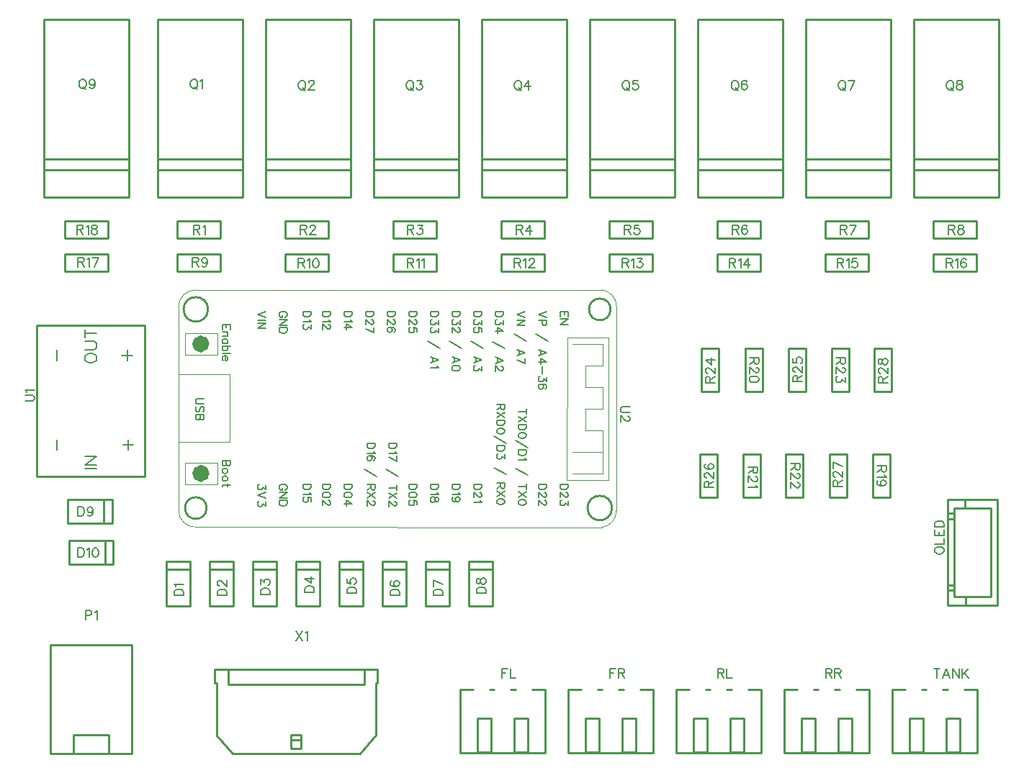
<source format=gto>
G04 Layer: TopSilkscreenLayer*
G04 EasyEDA v6.5.39, 2024-09-29 20:51:04*
G04 9dd5da30d42b491596d51ff902fabefb,51e75598fcfa43b1b8b7fc2dab888f2e,10*
G04 Gerber Generator version 0.2*
G04 Scale: 100 percent, Rotated: No, Reflected: No *
G04 Dimensions in millimeters *
G04 leading zeros omitted , absolute positions ,4 integer and 5 decimal *
%FSLAX45Y45*%
%MOMM*%

%ADD10C,0.1524*%
%ADD11C,0.2032*%
%ADD12C,0.1501*%
%ADD13C,0.2540*%
%ADD14C,0.1199*%
%ADD15C,0.1270*%
%ADD16C,1.0000*%
%ADD17C,0.0101*%

%LPD*%
D10*
X3262878Y3454405D02*
G01*
X3371844Y3454405D01*
X3262878Y3454405D02*
G01*
X3262878Y3490727D01*
X3267958Y3506475D01*
X3278372Y3516635D01*
X3288786Y3521969D01*
X3304534Y3527049D01*
X3330442Y3527049D01*
X3345936Y3521969D01*
X3356350Y3516635D01*
X3366764Y3506475D01*
X3371844Y3490727D01*
X3371844Y3454405D01*
X3283706Y3561339D02*
G01*
X3278372Y3571753D01*
X3262878Y3587501D01*
X3371844Y3587501D01*
X3770878Y3454405D02*
G01*
X3879844Y3454405D01*
X3770878Y3454405D02*
G01*
X3770878Y3490727D01*
X3775958Y3506475D01*
X3786372Y3516635D01*
X3796786Y3521969D01*
X3812534Y3527049D01*
X3838442Y3527049D01*
X3853936Y3521969D01*
X3864350Y3516635D01*
X3874764Y3506475D01*
X3879844Y3490727D01*
X3879844Y3454405D01*
X3796786Y3566673D02*
G01*
X3791706Y3566673D01*
X3781292Y3571753D01*
X3775958Y3577087D01*
X3770878Y3587501D01*
X3770878Y3608075D01*
X3775958Y3618489D01*
X3781292Y3623823D01*
X3791706Y3628903D01*
X3802120Y3628903D01*
X3812534Y3623823D01*
X3828028Y3613409D01*
X3879844Y3561339D01*
X3879844Y3634237D01*
X4278878Y3467105D02*
G01*
X4387844Y3467105D01*
X4278878Y3467105D02*
G01*
X4278878Y3503427D01*
X4283958Y3519175D01*
X4294372Y3529335D01*
X4304786Y3534669D01*
X4320534Y3539749D01*
X4346442Y3539749D01*
X4361936Y3534669D01*
X4372350Y3529335D01*
X4382764Y3519175D01*
X4387844Y3503427D01*
X4387844Y3467105D01*
X4278878Y3584453D02*
G01*
X4278878Y3641603D01*
X4320534Y3610615D01*
X4320534Y3626109D01*
X4325614Y3636523D01*
X4330694Y3641603D01*
X4346442Y3646937D01*
X4356856Y3646937D01*
X4372350Y3641603D01*
X4382764Y3631189D01*
X4387844Y3615695D01*
X4387844Y3600201D01*
X4382764Y3584453D01*
X4377684Y3579373D01*
X4367270Y3574039D01*
X4799578Y3492505D02*
G01*
X4908544Y3492505D01*
X4799578Y3492505D02*
G01*
X4799578Y3528827D01*
X4804658Y3544575D01*
X4815072Y3554735D01*
X4825486Y3560069D01*
X4841234Y3565149D01*
X4867142Y3565149D01*
X4882636Y3560069D01*
X4893050Y3554735D01*
X4903464Y3544575D01*
X4908544Y3528827D01*
X4908544Y3492505D01*
X4799578Y3651509D02*
G01*
X4872222Y3599439D01*
X4872222Y3677417D01*
X4799578Y3651509D02*
G01*
X4908544Y3651509D01*
X5294878Y3479805D02*
G01*
X5403844Y3479805D01*
X5294878Y3479805D02*
G01*
X5294878Y3516127D01*
X5299958Y3531875D01*
X5310372Y3542035D01*
X5320786Y3547369D01*
X5336534Y3552449D01*
X5362442Y3552449D01*
X5377936Y3547369D01*
X5388350Y3542035D01*
X5398764Y3531875D01*
X5403844Y3516127D01*
X5403844Y3479805D01*
X5294878Y3649223D02*
G01*
X5294878Y3597153D01*
X5341614Y3592073D01*
X5336534Y3597153D01*
X5331200Y3612901D01*
X5331200Y3628395D01*
X5336534Y3643889D01*
X5346694Y3654303D01*
X5362442Y3659637D01*
X5372856Y3659637D01*
X5388350Y3654303D01*
X5398764Y3643889D01*
X5403844Y3628395D01*
X5403844Y3612901D01*
X5398764Y3597153D01*
X5393684Y3592073D01*
X5383270Y3586739D01*
X5802878Y3454405D02*
G01*
X5911844Y3454405D01*
X5802878Y3454405D02*
G01*
X5802878Y3490727D01*
X5807958Y3506475D01*
X5818372Y3516635D01*
X5828786Y3521969D01*
X5844534Y3527049D01*
X5870442Y3527049D01*
X5885936Y3521969D01*
X5896350Y3516635D01*
X5906764Y3506475D01*
X5911844Y3490727D01*
X5911844Y3454405D01*
X5818372Y3623823D02*
G01*
X5807958Y3618489D01*
X5802878Y3602995D01*
X5802878Y3592581D01*
X5807958Y3577087D01*
X5823706Y3566673D01*
X5849614Y3561339D01*
X5875522Y3561339D01*
X5896350Y3566673D01*
X5906764Y3577087D01*
X5911844Y3592581D01*
X5911844Y3597915D01*
X5906764Y3613409D01*
X5896350Y3623823D01*
X5880856Y3628903D01*
X5875522Y3628903D01*
X5860028Y3623823D01*
X5849614Y3613409D01*
X5844534Y3597915D01*
X5844534Y3592581D01*
X5849614Y3577087D01*
X5860028Y3566673D01*
X5875522Y3561339D01*
X6310878Y3454405D02*
G01*
X6419844Y3454405D01*
X6310878Y3454405D02*
G01*
X6310878Y3490727D01*
X6315958Y3506475D01*
X6326372Y3516635D01*
X6336786Y3521969D01*
X6352534Y3527049D01*
X6378442Y3527049D01*
X6393936Y3521969D01*
X6404350Y3516635D01*
X6414764Y3506475D01*
X6419844Y3490727D01*
X6419844Y3454405D01*
X6310878Y3634237D02*
G01*
X6419844Y3582167D01*
X6310878Y3561339D02*
G01*
X6310878Y3634237D01*
X6818878Y3479805D02*
G01*
X6927844Y3479805D01*
X6818878Y3479805D02*
G01*
X6818878Y3516127D01*
X6823958Y3531875D01*
X6834372Y3542035D01*
X6844786Y3547369D01*
X6860534Y3552449D01*
X6886442Y3552449D01*
X6901936Y3547369D01*
X6912350Y3542035D01*
X6922764Y3531875D01*
X6927844Y3516127D01*
X6927844Y3479805D01*
X6818878Y3612901D02*
G01*
X6823958Y3597153D01*
X6834372Y3592073D01*
X6844786Y3592073D01*
X6855200Y3597153D01*
X6860534Y3607567D01*
X6865614Y3628395D01*
X6870694Y3643889D01*
X6881108Y3654303D01*
X6891522Y3659637D01*
X6907270Y3659637D01*
X6917684Y3654303D01*
X6922764Y3649223D01*
X6927844Y3633475D01*
X6927844Y3612901D01*
X6922764Y3597153D01*
X6917684Y3592073D01*
X6907270Y3586739D01*
X6891522Y3586739D01*
X6881108Y3592073D01*
X6870694Y3602487D01*
X6865614Y3617981D01*
X6860534Y3638809D01*
X6855200Y3649223D01*
X6844786Y3654303D01*
X6834372Y3654303D01*
X6823958Y3649223D01*
X6818878Y3633475D01*
X6818878Y3612901D01*
X2133600Y4496815D02*
G01*
X2133600Y4387850D01*
X2133600Y4496815D02*
G01*
X2169922Y4496815D01*
X2185670Y4491736D01*
X2195829Y4481321D01*
X2201163Y4470907D01*
X2206243Y4455160D01*
X2206243Y4429252D01*
X2201163Y4413757D01*
X2195829Y4403344D01*
X2185670Y4392929D01*
X2169922Y4387850D01*
X2133600Y4387850D01*
X2308097Y4460494D02*
G01*
X2303018Y4445000D01*
X2292604Y4434586D01*
X2277109Y4429252D01*
X2271775Y4429252D01*
X2256281Y4434586D01*
X2245868Y4445000D01*
X2240534Y4460494D01*
X2240534Y4465573D01*
X2245868Y4481321D01*
X2256281Y4491736D01*
X2271775Y4496815D01*
X2277109Y4496815D01*
X2292604Y4491736D01*
X2303018Y4481321D01*
X2308097Y4460494D01*
X2308097Y4434586D01*
X2303018Y4408423D01*
X2292604Y4392929D01*
X2277109Y4387850D01*
X2266695Y4387850D01*
X2250947Y4392929D01*
X2245868Y4403344D01*
X7115985Y2591810D02*
G01*
X7115985Y2482844D01*
X7115985Y2591810D02*
G01*
X7183549Y2591810D01*
X7115985Y2539994D02*
G01*
X7157641Y2539994D01*
X7217839Y2591810D02*
G01*
X7217839Y2482844D01*
X7217839Y2482844D02*
G01*
X7280069Y2482844D01*
X8386000Y2591810D02*
G01*
X8386000Y2482844D01*
X8386000Y2591810D02*
G01*
X8453564Y2591810D01*
X8386000Y2539994D02*
G01*
X8427656Y2539994D01*
X8487854Y2591810D02*
G01*
X8487854Y2482844D01*
X8487854Y2591810D02*
G01*
X8534590Y2591810D01*
X8550084Y2586730D01*
X8555418Y2581396D01*
X8560498Y2570982D01*
X8560498Y2560568D01*
X8555418Y2550154D01*
X8550084Y2545074D01*
X8534590Y2539994D01*
X8487854Y2539994D01*
X8524176Y2539994D02*
G01*
X8560498Y2482844D01*
X9656000Y2591810D02*
G01*
X9656000Y2482844D01*
X9656000Y2591810D02*
G01*
X9702736Y2591810D01*
X9718230Y2586730D01*
X9723564Y2581396D01*
X9728644Y2570982D01*
X9728644Y2560568D01*
X9723564Y2550154D01*
X9718230Y2545074D01*
X9702736Y2539994D01*
X9656000Y2539994D01*
X9692322Y2539994D02*
G01*
X9728644Y2482844D01*
X9762934Y2591810D02*
G01*
X9762934Y2482844D01*
X9762934Y2482844D02*
G01*
X9825418Y2482844D01*
X10926000Y2591810D02*
G01*
X10926000Y2482844D01*
X10926000Y2591810D02*
G01*
X10972736Y2591810D01*
X10988230Y2586730D01*
X10993564Y2581396D01*
X10998644Y2570982D01*
X10998644Y2560568D01*
X10993564Y2550154D01*
X10988230Y2545074D01*
X10972736Y2539994D01*
X10926000Y2539994D01*
X10962322Y2539994D02*
G01*
X10998644Y2482844D01*
X11032934Y2591810D02*
G01*
X11032934Y2482844D01*
X11032934Y2591810D02*
G01*
X11079670Y2591810D01*
X11095418Y2586730D01*
X11100498Y2581396D01*
X11105832Y2570982D01*
X11105832Y2560568D01*
X11100498Y2550154D01*
X11095418Y2545074D01*
X11079670Y2539994D01*
X11032934Y2539994D01*
X11069510Y2539994D02*
G01*
X11105832Y2482844D01*
X12232322Y2591810D02*
G01*
X12232322Y2482844D01*
X12196000Y2591810D02*
G01*
X12268644Y2591810D01*
X12344590Y2591810D02*
G01*
X12302934Y2482844D01*
X12344590Y2591810D02*
G01*
X12386246Y2482844D01*
X12318682Y2519166D02*
G01*
X12370498Y2519166D01*
X12420536Y2591810D02*
G01*
X12420536Y2482844D01*
X12420536Y2591810D02*
G01*
X12493180Y2482844D01*
X12493180Y2591810D02*
G01*
X12493180Y2482844D01*
X12527470Y2591810D02*
G01*
X12527470Y2482844D01*
X12600114Y2591810D02*
G01*
X12527470Y2519166D01*
X12553378Y2545074D02*
G01*
X12600114Y2482844D01*
X12203684Y3974236D02*
G01*
X12208763Y3963822D01*
X12219177Y3953408D01*
X12229591Y3948074D01*
X12245340Y3942994D01*
X12271247Y3942994D01*
X12286741Y3948074D01*
X12297156Y3953408D01*
X12307570Y3963822D01*
X12312650Y3974236D01*
X12312650Y3995064D01*
X12307570Y4005224D01*
X12297156Y4015638D01*
X12286741Y4020972D01*
X12271247Y4026052D01*
X12245340Y4026052D01*
X12229591Y4020972D01*
X12219177Y4015638D01*
X12208763Y4005224D01*
X12203684Y3995064D01*
X12203684Y3974236D01*
X12203684Y4060342D02*
G01*
X12312650Y4060342D01*
X12312650Y4060342D02*
G01*
X12312650Y4122826D01*
X12203684Y4157116D02*
G01*
X12312650Y4157116D01*
X12203684Y4157116D02*
G01*
X12203684Y4224680D01*
X12255500Y4157116D02*
G01*
X12255500Y4198518D01*
X12312650Y4157116D02*
G01*
X12312650Y4224680D01*
X12203684Y4258970D02*
G01*
X12312650Y4258970D01*
X12203684Y4258970D02*
G01*
X12203684Y4295292D01*
X12208763Y4310786D01*
X12219177Y4321200D01*
X12229591Y4326534D01*
X12245340Y4331614D01*
X12271247Y4331614D01*
X12286741Y4326534D01*
X12297156Y4321200D01*
X12307570Y4310786D01*
X12312650Y4295292D01*
X12312650Y4258970D01*
X2222494Y3277610D02*
G01*
X2222494Y3168644D01*
X2222494Y3277610D02*
G01*
X2269230Y3277610D01*
X2284724Y3272530D01*
X2290058Y3267196D01*
X2295138Y3256782D01*
X2295138Y3241288D01*
X2290058Y3230874D01*
X2284724Y3225794D01*
X2269230Y3220460D01*
X2222494Y3220460D01*
X2329428Y3256782D02*
G01*
X2339842Y3262116D01*
X2355590Y3277610D01*
X2355590Y3168644D01*
X3485641Y9525998D02*
G01*
X3475227Y9520918D01*
X3464813Y9510504D01*
X3459479Y9500090D01*
X3454400Y9484342D01*
X3454400Y9458434D01*
X3459479Y9442940D01*
X3464813Y9432526D01*
X3475227Y9422112D01*
X3485641Y9417032D01*
X3506470Y9417032D01*
X3516629Y9422112D01*
X3527043Y9432526D01*
X3532377Y9442940D01*
X3537458Y9458434D01*
X3537458Y9484342D01*
X3532377Y9500090D01*
X3527043Y9510504D01*
X3516629Y9520918D01*
X3506470Y9525998D01*
X3485641Y9525998D01*
X3501136Y9437606D02*
G01*
X3532377Y9406618D01*
X3571747Y9505170D02*
G01*
X3582161Y9510504D01*
X3597909Y9525998D01*
X3597909Y9417032D01*
X4755641Y9513298D02*
G01*
X4745227Y9508218D01*
X4734813Y9497804D01*
X4729479Y9487390D01*
X4724400Y9471642D01*
X4724400Y9445734D01*
X4729479Y9430240D01*
X4734813Y9419826D01*
X4745227Y9409412D01*
X4755641Y9404332D01*
X4776470Y9404332D01*
X4786629Y9409412D01*
X4797043Y9419826D01*
X4802377Y9430240D01*
X4807458Y9445734D01*
X4807458Y9471642D01*
X4802377Y9487390D01*
X4797043Y9497804D01*
X4786629Y9508218D01*
X4776470Y9513298D01*
X4755641Y9513298D01*
X4771136Y9424906D02*
G01*
X4802377Y9393918D01*
X4847081Y9487390D02*
G01*
X4847081Y9492470D01*
X4852161Y9502884D01*
X4857495Y9508218D01*
X4867909Y9513298D01*
X4888484Y9513298D01*
X4898897Y9508218D01*
X4904231Y9502884D01*
X4909311Y9492470D01*
X4909311Y9482056D01*
X4904231Y9471642D01*
X4893818Y9456148D01*
X4841747Y9404332D01*
X4914645Y9404332D01*
X6025641Y9513298D02*
G01*
X6015227Y9508218D01*
X6004813Y9497804D01*
X5999479Y9487390D01*
X5994400Y9471642D01*
X5994400Y9445734D01*
X5999479Y9430240D01*
X6004813Y9419826D01*
X6015227Y9409412D01*
X6025641Y9404332D01*
X6046470Y9404332D01*
X6056629Y9409412D01*
X6067043Y9419826D01*
X6072377Y9430240D01*
X6077458Y9445734D01*
X6077458Y9471642D01*
X6072377Y9487390D01*
X6067043Y9497804D01*
X6056629Y9508218D01*
X6046470Y9513298D01*
X6025641Y9513298D01*
X6041136Y9424906D02*
G01*
X6072377Y9393918D01*
X6122161Y9513298D02*
G01*
X6179311Y9513298D01*
X6148070Y9471642D01*
X6163818Y9471642D01*
X6174231Y9466562D01*
X6179311Y9461482D01*
X6184645Y9445734D01*
X6184645Y9435320D01*
X6179311Y9419826D01*
X6168897Y9409412D01*
X6153404Y9404332D01*
X6137909Y9404332D01*
X6122161Y9409412D01*
X6117081Y9414492D01*
X6111747Y9424906D01*
X7295641Y9513298D02*
G01*
X7285227Y9508218D01*
X7274813Y9497804D01*
X7269479Y9487390D01*
X7264400Y9471642D01*
X7264400Y9445734D01*
X7269479Y9430240D01*
X7274813Y9419826D01*
X7285227Y9409412D01*
X7295641Y9404332D01*
X7316470Y9404332D01*
X7326629Y9409412D01*
X7337043Y9419826D01*
X7342377Y9430240D01*
X7347458Y9445734D01*
X7347458Y9471642D01*
X7342377Y9487390D01*
X7337043Y9497804D01*
X7326629Y9508218D01*
X7316470Y9513298D01*
X7295641Y9513298D01*
X7311136Y9424906D02*
G01*
X7342377Y9393918D01*
X7433818Y9513298D02*
G01*
X7381747Y9440654D01*
X7459725Y9440654D01*
X7433818Y9513298D02*
G01*
X7433818Y9404332D01*
X8565641Y9513298D02*
G01*
X8555227Y9508218D01*
X8544813Y9497804D01*
X8539479Y9487390D01*
X8534400Y9471642D01*
X8534400Y9445734D01*
X8539479Y9430240D01*
X8544813Y9419826D01*
X8555227Y9409412D01*
X8565641Y9404332D01*
X8586470Y9404332D01*
X8596629Y9409412D01*
X8607043Y9419826D01*
X8612377Y9430240D01*
X8617458Y9445734D01*
X8617458Y9471642D01*
X8612377Y9487390D01*
X8607043Y9497804D01*
X8596629Y9508218D01*
X8586470Y9513298D01*
X8565641Y9513298D01*
X8581136Y9424906D02*
G01*
X8612377Y9393918D01*
X8714231Y9513298D02*
G01*
X8662161Y9513298D01*
X8657081Y9466562D01*
X8662161Y9471642D01*
X8677909Y9476976D01*
X8693404Y9476976D01*
X8708897Y9471642D01*
X8719311Y9461482D01*
X8724645Y9445734D01*
X8724645Y9435320D01*
X8719311Y9419826D01*
X8708897Y9409412D01*
X8693404Y9404332D01*
X8677909Y9404332D01*
X8662161Y9409412D01*
X8657081Y9414492D01*
X8651747Y9424906D01*
X9848341Y9513298D02*
G01*
X9837927Y9508218D01*
X9827513Y9497804D01*
X9822179Y9487390D01*
X9817100Y9471642D01*
X9817100Y9445734D01*
X9822179Y9430240D01*
X9827513Y9419826D01*
X9837927Y9409412D01*
X9848341Y9404332D01*
X9869170Y9404332D01*
X9879329Y9409412D01*
X9889743Y9419826D01*
X9895077Y9430240D01*
X9900158Y9445734D01*
X9900158Y9471642D01*
X9895077Y9487390D01*
X9889743Y9497804D01*
X9879329Y9508218D01*
X9869170Y9513298D01*
X9848341Y9513298D01*
X9863836Y9424906D02*
G01*
X9895077Y9393918D01*
X9996931Y9497804D02*
G01*
X9991597Y9508218D01*
X9976104Y9513298D01*
X9965690Y9513298D01*
X9950195Y9508218D01*
X9939781Y9492470D01*
X9934447Y9466562D01*
X9934447Y9440654D01*
X9939781Y9419826D01*
X9950195Y9409412D01*
X9965690Y9404332D01*
X9970770Y9404332D01*
X9986518Y9409412D01*
X9996931Y9419826D01*
X10002011Y9435320D01*
X10002011Y9440654D01*
X9996931Y9456148D01*
X9986518Y9466562D01*
X9970770Y9471642D01*
X9965690Y9471642D01*
X9950195Y9466562D01*
X9939781Y9456148D01*
X9934447Y9440654D01*
X11105641Y9513298D02*
G01*
X11095227Y9508218D01*
X11084813Y9497804D01*
X11079479Y9487390D01*
X11074400Y9471642D01*
X11074400Y9445734D01*
X11079479Y9430240D01*
X11084813Y9419826D01*
X11095227Y9409412D01*
X11105641Y9404332D01*
X11126470Y9404332D01*
X11136629Y9409412D01*
X11147043Y9419826D01*
X11152377Y9430240D01*
X11157458Y9445734D01*
X11157458Y9471642D01*
X11152377Y9487390D01*
X11147043Y9497804D01*
X11136629Y9508218D01*
X11126470Y9513298D01*
X11105641Y9513298D01*
X11121136Y9424906D02*
G01*
X11152377Y9393918D01*
X11264645Y9513298D02*
G01*
X11212575Y9404332D01*
X11191747Y9513298D02*
G01*
X11264645Y9513298D01*
X12375641Y9513298D02*
G01*
X12365227Y9508218D01*
X12354813Y9497804D01*
X12349479Y9487390D01*
X12344400Y9471642D01*
X12344400Y9445734D01*
X12349479Y9430240D01*
X12354813Y9419826D01*
X12365227Y9409412D01*
X12375641Y9404332D01*
X12396470Y9404332D01*
X12406629Y9409412D01*
X12417043Y9419826D01*
X12422377Y9430240D01*
X12427458Y9445734D01*
X12427458Y9471642D01*
X12422377Y9487390D01*
X12417043Y9497804D01*
X12406629Y9508218D01*
X12396470Y9513298D01*
X12375641Y9513298D01*
X12391136Y9424906D02*
G01*
X12422377Y9393918D01*
X12487909Y9513298D02*
G01*
X12472161Y9508218D01*
X12467081Y9497804D01*
X12467081Y9487390D01*
X12472161Y9476976D01*
X12482575Y9471642D01*
X12503404Y9466562D01*
X12518897Y9461482D01*
X12529311Y9451068D01*
X12534645Y9440654D01*
X12534645Y9424906D01*
X12529311Y9414492D01*
X12524231Y9409412D01*
X12508484Y9404332D01*
X12487909Y9404332D01*
X12472161Y9409412D01*
X12467081Y9414492D01*
X12461747Y9424906D01*
X12461747Y9440654D01*
X12467081Y9451068D01*
X12477495Y9461482D01*
X12492990Y9466562D01*
X12513818Y9471642D01*
X12524231Y9476976D01*
X12529311Y9487390D01*
X12529311Y9497804D01*
X12524231Y9508218D01*
X12508484Y9513298D01*
X12487909Y9513298D01*
X2177541Y9525998D02*
G01*
X2167127Y9520918D01*
X2156713Y9510504D01*
X2151379Y9500090D01*
X2146300Y9484342D01*
X2146300Y9458434D01*
X2151379Y9442940D01*
X2156713Y9432526D01*
X2167127Y9422112D01*
X2177541Y9417032D01*
X2198370Y9417032D01*
X2208529Y9422112D01*
X2218943Y9432526D01*
X2224277Y9442940D01*
X2229358Y9458434D01*
X2229358Y9484342D01*
X2224277Y9500090D01*
X2218943Y9510504D01*
X2208529Y9520918D01*
X2198370Y9525998D01*
X2177541Y9525998D01*
X2193036Y9437606D02*
G01*
X2224277Y9406618D01*
X2331211Y9489676D02*
G01*
X2326131Y9474182D01*
X2315718Y9463768D01*
X2299970Y9458434D01*
X2294890Y9458434D01*
X2279395Y9463768D01*
X2268981Y9474182D01*
X2263647Y9489676D01*
X2263647Y9494756D01*
X2268981Y9510504D01*
X2279395Y9520918D01*
X2294890Y9525998D01*
X2299970Y9525998D01*
X2315718Y9520918D01*
X2326131Y9510504D01*
X2331211Y9489676D01*
X2331211Y9463768D01*
X2326131Y9437606D01*
X2315718Y9422112D01*
X2299970Y9417032D01*
X2289809Y9417032D01*
X2274061Y9422112D01*
X2268981Y9432526D01*
X3492500Y7811515D02*
G01*
X3492500Y7702550D01*
X3492500Y7811515D02*
G01*
X3539236Y7811515D01*
X3554729Y7806436D01*
X3560063Y7801102D01*
X3565143Y7790687D01*
X3565143Y7780273D01*
X3560063Y7769860D01*
X3554729Y7764779D01*
X3539236Y7759700D01*
X3492500Y7759700D01*
X3528822Y7759700D02*
G01*
X3565143Y7702550D01*
X3599434Y7790687D02*
G01*
X3609847Y7796021D01*
X3625595Y7811515D01*
X3625595Y7702550D01*
X4749800Y7811515D02*
G01*
X4749800Y7702550D01*
X4749800Y7811515D02*
G01*
X4796536Y7811515D01*
X4812029Y7806436D01*
X4817363Y7801102D01*
X4822443Y7790687D01*
X4822443Y7780273D01*
X4817363Y7769860D01*
X4812029Y7764779D01*
X4796536Y7759700D01*
X4749800Y7759700D01*
X4786122Y7759700D02*
G01*
X4822443Y7702550D01*
X4862068Y7785608D02*
G01*
X4862068Y7790687D01*
X4867147Y7801102D01*
X4872481Y7806436D01*
X4882895Y7811515D01*
X4903470Y7811515D01*
X4913884Y7806436D01*
X4919218Y7801102D01*
X4924297Y7790687D01*
X4924297Y7780273D01*
X4919218Y7769860D01*
X4908804Y7754365D01*
X4856734Y7702550D01*
X4929631Y7702550D01*
X6007100Y7811515D02*
G01*
X6007100Y7702550D01*
X6007100Y7811515D02*
G01*
X6053836Y7811515D01*
X6069329Y7806436D01*
X6074663Y7801102D01*
X6079743Y7790687D01*
X6079743Y7780273D01*
X6074663Y7769860D01*
X6069329Y7764779D01*
X6053836Y7759700D01*
X6007100Y7759700D01*
X6043422Y7759700D02*
G01*
X6079743Y7702550D01*
X6124447Y7811515D02*
G01*
X6181597Y7811515D01*
X6150609Y7769860D01*
X6166104Y7769860D01*
X6176518Y7764779D01*
X6181597Y7759700D01*
X6186931Y7743952D01*
X6186931Y7733537D01*
X6181597Y7718044D01*
X6171184Y7707629D01*
X6155690Y7702550D01*
X6140195Y7702550D01*
X6124447Y7707629D01*
X6119368Y7712710D01*
X6114034Y7723123D01*
X7289800Y7811515D02*
G01*
X7289800Y7702550D01*
X7289800Y7811515D02*
G01*
X7336536Y7811515D01*
X7352029Y7806436D01*
X7357363Y7801102D01*
X7362443Y7790687D01*
X7362443Y7780273D01*
X7357363Y7769860D01*
X7352029Y7764779D01*
X7336536Y7759700D01*
X7289800Y7759700D01*
X7326122Y7759700D02*
G01*
X7362443Y7702550D01*
X7448804Y7811515D02*
G01*
X7396734Y7738871D01*
X7474711Y7738871D01*
X7448804Y7811515D02*
G01*
X7448804Y7702550D01*
X8559800Y7811515D02*
G01*
X8559800Y7702550D01*
X8559800Y7811515D02*
G01*
X8606536Y7811515D01*
X8622029Y7806436D01*
X8627363Y7801102D01*
X8632443Y7790687D01*
X8632443Y7780273D01*
X8627363Y7769860D01*
X8622029Y7764779D01*
X8606536Y7759700D01*
X8559800Y7759700D01*
X8596122Y7759700D02*
G01*
X8632443Y7702550D01*
X8729218Y7811515D02*
G01*
X8677147Y7811515D01*
X8672068Y7764779D01*
X8677147Y7769860D01*
X8692895Y7775194D01*
X8708390Y7775194D01*
X8723884Y7769860D01*
X8734297Y7759700D01*
X8739631Y7743952D01*
X8739631Y7733537D01*
X8734297Y7718044D01*
X8723884Y7707629D01*
X8708390Y7702550D01*
X8692895Y7702550D01*
X8677147Y7707629D01*
X8672068Y7712710D01*
X8666734Y7723123D01*
X9829800Y7811515D02*
G01*
X9829800Y7702550D01*
X9829800Y7811515D02*
G01*
X9876536Y7811515D01*
X9892029Y7806436D01*
X9897363Y7801102D01*
X9902443Y7790687D01*
X9902443Y7780273D01*
X9897363Y7769860D01*
X9892029Y7764779D01*
X9876536Y7759700D01*
X9829800Y7759700D01*
X9866122Y7759700D02*
G01*
X9902443Y7702550D01*
X9999218Y7796021D02*
G01*
X9993884Y7806436D01*
X9978390Y7811515D01*
X9967975Y7811515D01*
X9952481Y7806436D01*
X9942068Y7790687D01*
X9936734Y7764779D01*
X9936734Y7738871D01*
X9942068Y7718044D01*
X9952481Y7707629D01*
X9967975Y7702550D01*
X9973309Y7702550D01*
X9988804Y7707629D01*
X9999218Y7718044D01*
X10004297Y7733537D01*
X10004297Y7738871D01*
X9999218Y7754365D01*
X9988804Y7764779D01*
X9973309Y7769860D01*
X9967975Y7769860D01*
X9952481Y7764779D01*
X9942068Y7754365D01*
X9936734Y7738871D01*
X11099800Y7811515D02*
G01*
X11099800Y7702550D01*
X11099800Y7811515D02*
G01*
X11146536Y7811515D01*
X11162029Y7806436D01*
X11167363Y7801102D01*
X11172443Y7790687D01*
X11172443Y7780273D01*
X11167363Y7769860D01*
X11162029Y7764779D01*
X11146536Y7759700D01*
X11099800Y7759700D01*
X11136122Y7759700D02*
G01*
X11172443Y7702550D01*
X11279631Y7811515D02*
G01*
X11227561Y7702550D01*
X11206734Y7811515D02*
G01*
X11279631Y7811515D01*
X12369800Y7811515D02*
G01*
X12369800Y7702550D01*
X12369800Y7811515D02*
G01*
X12416536Y7811515D01*
X12432029Y7806436D01*
X12437363Y7801102D01*
X12442443Y7790687D01*
X12442443Y7780273D01*
X12437363Y7769860D01*
X12432029Y7764779D01*
X12416536Y7759700D01*
X12369800Y7759700D01*
X12406122Y7759700D02*
G01*
X12442443Y7702550D01*
X12502895Y7811515D02*
G01*
X12487147Y7806436D01*
X12482068Y7796021D01*
X12482068Y7785608D01*
X12487147Y7775194D01*
X12497561Y7769860D01*
X12518390Y7764779D01*
X12533884Y7759700D01*
X12544297Y7749286D01*
X12549631Y7738871D01*
X12549631Y7723123D01*
X12544297Y7712710D01*
X12539218Y7707629D01*
X12523470Y7702550D01*
X12502895Y7702550D01*
X12487147Y7707629D01*
X12482068Y7712710D01*
X12476734Y7723123D01*
X12476734Y7738871D01*
X12482068Y7749286D01*
X12492481Y7759700D01*
X12507975Y7764779D01*
X12528804Y7769860D01*
X12539218Y7775194D01*
X12544297Y7785608D01*
X12544297Y7796021D01*
X12539218Y7806436D01*
X12523470Y7811515D01*
X12502895Y7811515D01*
X3479800Y7430515D02*
G01*
X3479800Y7321550D01*
X3479800Y7430515D02*
G01*
X3526536Y7430515D01*
X3542029Y7425436D01*
X3547363Y7420102D01*
X3552443Y7409687D01*
X3552443Y7399273D01*
X3547363Y7388860D01*
X3542029Y7383779D01*
X3526536Y7378700D01*
X3479800Y7378700D01*
X3516122Y7378700D02*
G01*
X3552443Y7321550D01*
X3654297Y7394194D02*
G01*
X3649218Y7378700D01*
X3638804Y7368286D01*
X3623309Y7362952D01*
X3617975Y7362952D01*
X3602481Y7368286D01*
X3592068Y7378700D01*
X3586734Y7394194D01*
X3586734Y7399273D01*
X3592068Y7415021D01*
X3602481Y7425436D01*
X3617975Y7430515D01*
X3623309Y7430515D01*
X3638804Y7425436D01*
X3649218Y7415021D01*
X3654297Y7394194D01*
X3654297Y7368286D01*
X3649218Y7342123D01*
X3638804Y7326629D01*
X3623309Y7321550D01*
X3612895Y7321550D01*
X3597147Y7326629D01*
X3592068Y7337044D01*
X4724400Y7417815D02*
G01*
X4724400Y7308850D01*
X4724400Y7417815D02*
G01*
X4771136Y7417815D01*
X4786629Y7412736D01*
X4791963Y7407402D01*
X4797043Y7396987D01*
X4797043Y7386573D01*
X4791963Y7376160D01*
X4786629Y7371079D01*
X4771136Y7366000D01*
X4724400Y7366000D01*
X4760722Y7366000D02*
G01*
X4797043Y7308850D01*
X4831334Y7396987D02*
G01*
X4841747Y7402321D01*
X4857495Y7417815D01*
X4857495Y7308850D01*
X4922774Y7417815D02*
G01*
X4907279Y7412736D01*
X4896865Y7396987D01*
X4891786Y7371079D01*
X4891786Y7355586D01*
X4896865Y7329423D01*
X4907279Y7313929D01*
X4922774Y7308850D01*
X4933188Y7308850D01*
X4948936Y7313929D01*
X4959350Y7329423D01*
X4964429Y7355586D01*
X4964429Y7371079D01*
X4959350Y7396987D01*
X4948936Y7412736D01*
X4933188Y7417815D01*
X4922774Y7417815D01*
X6007100Y7417815D02*
G01*
X6007100Y7308850D01*
X6007100Y7417815D02*
G01*
X6053836Y7417815D01*
X6069329Y7412736D01*
X6074663Y7407402D01*
X6079743Y7396987D01*
X6079743Y7386573D01*
X6074663Y7376160D01*
X6069329Y7371079D01*
X6053836Y7366000D01*
X6007100Y7366000D01*
X6043422Y7366000D02*
G01*
X6079743Y7308850D01*
X6114034Y7396987D02*
G01*
X6124447Y7402321D01*
X6140195Y7417815D01*
X6140195Y7308850D01*
X6174486Y7396987D02*
G01*
X6184900Y7402321D01*
X6200393Y7417815D01*
X6200393Y7308850D01*
X7264400Y7417815D02*
G01*
X7264400Y7308850D01*
X7264400Y7417815D02*
G01*
X7311136Y7417815D01*
X7326629Y7412736D01*
X7331963Y7407402D01*
X7337043Y7396987D01*
X7337043Y7386573D01*
X7331963Y7376160D01*
X7326629Y7371079D01*
X7311136Y7366000D01*
X7264400Y7366000D01*
X7300722Y7366000D02*
G01*
X7337043Y7308850D01*
X7371334Y7396987D02*
G01*
X7381747Y7402321D01*
X7397495Y7417815D01*
X7397495Y7308850D01*
X7436865Y7391908D02*
G01*
X7436865Y7396987D01*
X7442200Y7407402D01*
X7447279Y7412736D01*
X7457693Y7417815D01*
X7478522Y7417815D01*
X7488936Y7412736D01*
X7494015Y7407402D01*
X7499350Y7396987D01*
X7499350Y7386573D01*
X7494015Y7376160D01*
X7483602Y7360665D01*
X7431786Y7308850D01*
X7504429Y7308850D01*
X8534400Y7417815D02*
G01*
X8534400Y7308850D01*
X8534400Y7417815D02*
G01*
X8581136Y7417815D01*
X8596629Y7412736D01*
X8601963Y7407402D01*
X8607043Y7396987D01*
X8607043Y7386573D01*
X8601963Y7376160D01*
X8596629Y7371079D01*
X8581136Y7366000D01*
X8534400Y7366000D01*
X8570722Y7366000D02*
G01*
X8607043Y7308850D01*
X8641334Y7396987D02*
G01*
X8651747Y7402321D01*
X8667495Y7417815D01*
X8667495Y7308850D01*
X8712200Y7417815D02*
G01*
X8769350Y7417815D01*
X8738108Y7376160D01*
X8753602Y7376160D01*
X8764015Y7371079D01*
X8769350Y7366000D01*
X8774429Y7350252D01*
X8774429Y7339837D01*
X8769350Y7324344D01*
X8758936Y7313929D01*
X8743188Y7308850D01*
X8727693Y7308850D01*
X8712200Y7313929D01*
X8706865Y7319010D01*
X8701786Y7329423D01*
X9791700Y7417815D02*
G01*
X9791700Y7308850D01*
X9791700Y7417815D02*
G01*
X9838436Y7417815D01*
X9853929Y7412736D01*
X9859263Y7407402D01*
X9864343Y7396987D01*
X9864343Y7386573D01*
X9859263Y7376160D01*
X9853929Y7371079D01*
X9838436Y7366000D01*
X9791700Y7366000D01*
X9828022Y7366000D02*
G01*
X9864343Y7308850D01*
X9898634Y7396987D02*
G01*
X9909047Y7402321D01*
X9924795Y7417815D01*
X9924795Y7308850D01*
X10010902Y7417815D02*
G01*
X9959086Y7345171D01*
X10036809Y7345171D01*
X10010902Y7417815D02*
G01*
X10010902Y7308850D01*
X11061700Y7417815D02*
G01*
X11061700Y7308850D01*
X11061700Y7417815D02*
G01*
X11108436Y7417815D01*
X11123929Y7412736D01*
X11129263Y7407402D01*
X11134343Y7396987D01*
X11134343Y7386573D01*
X11129263Y7376160D01*
X11123929Y7371079D01*
X11108436Y7366000D01*
X11061700Y7366000D01*
X11098022Y7366000D02*
G01*
X11134343Y7308850D01*
X11168634Y7396987D02*
G01*
X11179047Y7402321D01*
X11194795Y7417815D01*
X11194795Y7308850D01*
X11291315Y7417815D02*
G01*
X11239500Y7417815D01*
X11234165Y7371079D01*
X11239500Y7376160D01*
X11254993Y7381494D01*
X11270488Y7381494D01*
X11286236Y7376160D01*
X11296650Y7366000D01*
X11301729Y7350252D01*
X11301729Y7339837D01*
X11296650Y7324344D01*
X11286236Y7313929D01*
X11270488Y7308850D01*
X11254993Y7308850D01*
X11239500Y7313929D01*
X11234165Y7319010D01*
X11229086Y7329423D01*
X12344400Y7417815D02*
G01*
X12344400Y7308850D01*
X12344400Y7417815D02*
G01*
X12391136Y7417815D01*
X12406629Y7412736D01*
X12411963Y7407402D01*
X12417043Y7396987D01*
X12417043Y7386573D01*
X12411963Y7376160D01*
X12406629Y7371079D01*
X12391136Y7366000D01*
X12344400Y7366000D01*
X12380722Y7366000D02*
G01*
X12417043Y7308850D01*
X12451334Y7396987D02*
G01*
X12461747Y7402321D01*
X12477495Y7417815D01*
X12477495Y7308850D01*
X12574015Y7402321D02*
G01*
X12568936Y7412736D01*
X12553188Y7417815D01*
X12542774Y7417815D01*
X12527279Y7412736D01*
X12516865Y7396987D01*
X12511786Y7371079D01*
X12511786Y7345171D01*
X12516865Y7324344D01*
X12527279Y7313929D01*
X12542774Y7308850D01*
X12548108Y7308850D01*
X12563602Y7313929D01*
X12574015Y7324344D01*
X12579350Y7339837D01*
X12579350Y7345171D01*
X12574015Y7360665D01*
X12563602Y7371079D01*
X12548108Y7376160D01*
X12542774Y7376160D01*
X12527279Y7371079D01*
X12516865Y7360665D01*
X12511786Y7345171D01*
X2133600Y7430515D02*
G01*
X2133600Y7321550D01*
X2133600Y7430515D02*
G01*
X2180336Y7430515D01*
X2195829Y7425436D01*
X2201163Y7420102D01*
X2206243Y7409687D01*
X2206243Y7399273D01*
X2201163Y7388860D01*
X2195829Y7383779D01*
X2180336Y7378700D01*
X2133600Y7378700D01*
X2169922Y7378700D02*
G01*
X2206243Y7321550D01*
X2240534Y7409687D02*
G01*
X2250947Y7415021D01*
X2266695Y7430515D01*
X2266695Y7321550D01*
X2373629Y7430515D02*
G01*
X2321559Y7321550D01*
X2300986Y7430515D02*
G01*
X2373629Y7430515D01*
X2120900Y7811515D02*
G01*
X2120900Y7702550D01*
X2120900Y7811515D02*
G01*
X2167636Y7811515D01*
X2183129Y7806436D01*
X2188463Y7801102D01*
X2193543Y7790687D01*
X2193543Y7780273D01*
X2188463Y7769860D01*
X2183129Y7764779D01*
X2167636Y7759700D01*
X2120900Y7759700D01*
X2157222Y7759700D02*
G01*
X2193543Y7702550D01*
X2227834Y7790687D02*
G01*
X2238247Y7796021D01*
X2253995Y7811515D01*
X2253995Y7702550D01*
X2314193Y7811515D02*
G01*
X2298700Y7806436D01*
X2293365Y7796021D01*
X2293365Y7785608D01*
X2298700Y7775194D01*
X2308859Y7769860D01*
X2329688Y7764779D01*
X2345436Y7759700D01*
X2355850Y7749286D01*
X2360929Y7738871D01*
X2360929Y7723123D01*
X2355850Y7712710D01*
X2350515Y7707629D01*
X2335022Y7702550D01*
X2314193Y7702550D01*
X2298700Y7707629D01*
X2293365Y7712710D01*
X2288286Y7723123D01*
X2288286Y7738871D01*
X2293365Y7749286D01*
X2303779Y7759700D01*
X2319274Y7764779D01*
X2340102Y7769860D01*
X2350515Y7775194D01*
X2355850Y7785608D01*
X2355850Y7796021D01*
X2350515Y7806436D01*
X2335022Y7811515D01*
X2314193Y7811515D01*
X11634215Y4978400D02*
G01*
X11525250Y4978400D01*
X11634215Y4978400D02*
G01*
X11634215Y4931663D01*
X11629136Y4916170D01*
X11623802Y4910836D01*
X11613388Y4905755D01*
X11602974Y4905755D01*
X11592559Y4910836D01*
X11587479Y4916170D01*
X11582400Y4931663D01*
X11582400Y4978400D01*
X11582400Y4942078D02*
G01*
X11525250Y4905755D01*
X11613388Y4871465D02*
G01*
X11618722Y4861052D01*
X11634215Y4845304D01*
X11525250Y4845304D01*
X11597893Y4743450D02*
G01*
X11582400Y4748784D01*
X11571986Y4759197D01*
X11566652Y4774692D01*
X11566652Y4780026D01*
X11571986Y4795520D01*
X11582400Y4805934D01*
X11597893Y4811013D01*
X11602974Y4811013D01*
X11618722Y4805934D01*
X11629136Y4795520D01*
X11634215Y4780026D01*
X11634215Y4774692D01*
X11629136Y4759197D01*
X11618722Y4748784D01*
X11597893Y4743450D01*
X11571986Y4743450D01*
X11545824Y4748784D01*
X11530329Y4759197D01*
X11525250Y4774692D01*
X11525250Y4785105D01*
X11530329Y4800600D01*
X11540743Y4805934D01*
X10135615Y6248400D02*
G01*
X10026650Y6248400D01*
X10135615Y6248400D02*
G01*
X10135615Y6201663D01*
X10130536Y6186170D01*
X10125202Y6180836D01*
X10114788Y6175755D01*
X10104374Y6175755D01*
X10093959Y6180836D01*
X10088879Y6186170D01*
X10083800Y6201663D01*
X10083800Y6248400D01*
X10083800Y6212078D02*
G01*
X10026650Y6175755D01*
X10109708Y6136131D02*
G01*
X10114788Y6136131D01*
X10125202Y6131052D01*
X10130536Y6125718D01*
X10135615Y6115304D01*
X10135615Y6094729D01*
X10130536Y6084315D01*
X10125202Y6078981D01*
X10114788Y6073902D01*
X10104374Y6073902D01*
X10093959Y6078981D01*
X10078465Y6089395D01*
X10026650Y6141465D01*
X10026650Y6068568D01*
X10135615Y6003289D02*
G01*
X10130536Y6018784D01*
X10114788Y6029197D01*
X10088879Y6034278D01*
X10073386Y6034278D01*
X10047224Y6029197D01*
X10031729Y6018784D01*
X10026650Y6003289D01*
X10026650Y5992876D01*
X10031729Y5977128D01*
X10047224Y5966713D01*
X10073386Y5961634D01*
X10088879Y5961634D01*
X10114788Y5966713D01*
X10130536Y5977128D01*
X10135615Y5992876D01*
X10135615Y6003289D01*
X10122915Y4965700D02*
G01*
X10013950Y4965700D01*
X10122915Y4965700D02*
G01*
X10122915Y4918963D01*
X10117836Y4903470D01*
X10112502Y4898136D01*
X10102088Y4893055D01*
X10091674Y4893055D01*
X10081259Y4898136D01*
X10076179Y4903470D01*
X10071100Y4918963D01*
X10071100Y4965700D01*
X10071100Y4929378D02*
G01*
X10013950Y4893055D01*
X10097008Y4853431D02*
G01*
X10102088Y4853431D01*
X10112502Y4848352D01*
X10117836Y4843018D01*
X10122915Y4832604D01*
X10122915Y4812029D01*
X10117836Y4801615D01*
X10112502Y4796281D01*
X10102088Y4791202D01*
X10091674Y4791202D01*
X10081259Y4796281D01*
X10065765Y4806695D01*
X10013950Y4858765D01*
X10013950Y4785868D01*
X10102088Y4751578D02*
G01*
X10107422Y4741163D01*
X10122915Y4725670D01*
X10013950Y4725670D01*
X10618215Y5003800D02*
G01*
X10509250Y5003800D01*
X10618215Y5003800D02*
G01*
X10618215Y4957063D01*
X10613136Y4941570D01*
X10607802Y4936236D01*
X10597388Y4931155D01*
X10586974Y4931155D01*
X10576559Y4936236D01*
X10571479Y4941570D01*
X10566400Y4957063D01*
X10566400Y5003800D01*
X10566400Y4967478D02*
G01*
X10509250Y4931155D01*
X10592308Y4891531D02*
G01*
X10597388Y4891531D01*
X10607802Y4886452D01*
X10613136Y4881118D01*
X10618215Y4870704D01*
X10618215Y4850129D01*
X10613136Y4839715D01*
X10607802Y4834381D01*
X10597388Y4829302D01*
X10586974Y4829302D01*
X10576559Y4834381D01*
X10561065Y4844795D01*
X10509250Y4896865D01*
X10509250Y4823968D01*
X10592308Y4784597D02*
G01*
X10597388Y4784597D01*
X10607802Y4779263D01*
X10613136Y4774184D01*
X10618215Y4763770D01*
X10618215Y4742942D01*
X10613136Y4732528D01*
X10607802Y4727447D01*
X10597388Y4722113D01*
X10586974Y4722113D01*
X10576559Y4727447D01*
X10561065Y4737862D01*
X10509250Y4789678D01*
X10509250Y4717034D01*
X11151615Y6248400D02*
G01*
X11042650Y6248400D01*
X11151615Y6248400D02*
G01*
X11151615Y6201663D01*
X11146536Y6186170D01*
X11141202Y6180836D01*
X11130788Y6175755D01*
X11120374Y6175755D01*
X11109959Y6180836D01*
X11104879Y6186170D01*
X11099800Y6201663D01*
X11099800Y6248400D01*
X11099800Y6212078D02*
G01*
X11042650Y6175755D01*
X11125708Y6136131D02*
G01*
X11130788Y6136131D01*
X11141202Y6131052D01*
X11146536Y6125718D01*
X11151615Y6115304D01*
X11151615Y6094729D01*
X11146536Y6084315D01*
X11141202Y6078981D01*
X11130788Y6073902D01*
X11120374Y6073902D01*
X11109959Y6078981D01*
X11094465Y6089395D01*
X11042650Y6141465D01*
X11042650Y6068568D01*
X11151615Y6023863D02*
G01*
X11151615Y5966713D01*
X11109959Y5997955D01*
X11109959Y5982462D01*
X11104879Y5972047D01*
X11099800Y5966713D01*
X11084052Y5961634D01*
X11073638Y5961634D01*
X11058143Y5966713D01*
X11047729Y5977128D01*
X11042650Y5992876D01*
X11042650Y6008370D01*
X11047729Y6023863D01*
X11052809Y6029197D01*
X11063224Y6034278D01*
X9511284Y5956300D02*
G01*
X9620250Y5956300D01*
X9511284Y5956300D02*
G01*
X9511284Y6003036D01*
X9516363Y6018529D01*
X9521697Y6023863D01*
X9532111Y6028944D01*
X9542525Y6028944D01*
X9552940Y6023863D01*
X9558020Y6018529D01*
X9563100Y6003036D01*
X9563100Y5956300D01*
X9563100Y5992621D02*
G01*
X9620250Y6028944D01*
X9537191Y6068568D02*
G01*
X9532111Y6068568D01*
X9521697Y6073647D01*
X9516363Y6078981D01*
X9511284Y6089395D01*
X9511284Y6109970D01*
X9516363Y6120384D01*
X9521697Y6125718D01*
X9532111Y6130797D01*
X9542525Y6130797D01*
X9552940Y6125718D01*
X9568434Y6115304D01*
X9620250Y6063234D01*
X9620250Y6136131D01*
X9511284Y6222237D02*
G01*
X9583927Y6170421D01*
X9583927Y6248400D01*
X9511284Y6222237D02*
G01*
X9620250Y6222237D01*
X10539984Y5969000D02*
G01*
X10648950Y5969000D01*
X10539984Y5969000D02*
G01*
X10539984Y6015736D01*
X10545063Y6031229D01*
X10550397Y6036563D01*
X10560811Y6041644D01*
X10571225Y6041644D01*
X10581640Y6036563D01*
X10586720Y6031229D01*
X10591800Y6015736D01*
X10591800Y5969000D01*
X10591800Y6005321D02*
G01*
X10648950Y6041644D01*
X10565891Y6081268D02*
G01*
X10560811Y6081268D01*
X10550397Y6086347D01*
X10545063Y6091681D01*
X10539984Y6102095D01*
X10539984Y6122670D01*
X10545063Y6133084D01*
X10550397Y6138418D01*
X10560811Y6143497D01*
X10571225Y6143497D01*
X10581640Y6138418D01*
X10597134Y6128004D01*
X10648950Y6075934D01*
X10648950Y6148831D01*
X10539984Y6245352D02*
G01*
X10539984Y6193536D01*
X10586720Y6188202D01*
X10581640Y6193536D01*
X10576306Y6209029D01*
X10576306Y6224523D01*
X10581640Y6240271D01*
X10591800Y6250686D01*
X10607547Y6255765D01*
X10617961Y6255765D01*
X10633456Y6250686D01*
X10643870Y6240271D01*
X10648950Y6224523D01*
X10648950Y6209029D01*
X10643870Y6193536D01*
X10638790Y6188202D01*
X10628375Y6183121D01*
X9498584Y4724400D02*
G01*
X9607550Y4724400D01*
X9498584Y4724400D02*
G01*
X9498584Y4771136D01*
X9503663Y4786629D01*
X9508997Y4791963D01*
X9519411Y4797044D01*
X9529825Y4797044D01*
X9540240Y4791963D01*
X9545320Y4786629D01*
X9550400Y4771136D01*
X9550400Y4724400D01*
X9550400Y4760721D02*
G01*
X9607550Y4797044D01*
X9524491Y4836668D02*
G01*
X9519411Y4836668D01*
X9508997Y4841747D01*
X9503663Y4847081D01*
X9498584Y4857495D01*
X9498584Y4878070D01*
X9503663Y4888484D01*
X9508997Y4893818D01*
X9519411Y4898897D01*
X9529825Y4898897D01*
X9540240Y4893818D01*
X9555734Y4883404D01*
X9607550Y4831334D01*
X9607550Y4904231D01*
X9514077Y5000752D02*
G01*
X9503663Y4995671D01*
X9498584Y4979923D01*
X9498584Y4969510D01*
X9503663Y4954015D01*
X9519411Y4943602D01*
X9545320Y4938521D01*
X9571227Y4938521D01*
X9592056Y4943602D01*
X9602470Y4954015D01*
X9607550Y4969510D01*
X9607550Y4974844D01*
X9602470Y4990337D01*
X9592056Y5000752D01*
X9576561Y5006086D01*
X9571227Y5006086D01*
X9555734Y5000752D01*
X9545320Y4990337D01*
X9540240Y4974844D01*
X9540240Y4969510D01*
X9545320Y4954015D01*
X9555734Y4943602D01*
X9571227Y4938521D01*
X11009884Y4737100D02*
G01*
X11118850Y4737100D01*
X11009884Y4737100D02*
G01*
X11009884Y4783836D01*
X11014963Y4799329D01*
X11020297Y4804663D01*
X11030711Y4809744D01*
X11041125Y4809744D01*
X11051540Y4804663D01*
X11056620Y4799329D01*
X11061700Y4783836D01*
X11061700Y4737100D01*
X11061700Y4773421D02*
G01*
X11118850Y4809744D01*
X11035791Y4849368D02*
G01*
X11030711Y4849368D01*
X11020297Y4854447D01*
X11014963Y4859781D01*
X11009884Y4870195D01*
X11009884Y4890770D01*
X11014963Y4901184D01*
X11020297Y4906518D01*
X11030711Y4911597D01*
X11041125Y4911597D01*
X11051540Y4906518D01*
X11067034Y4896104D01*
X11118850Y4844034D01*
X11118850Y4916931D01*
X11009884Y5023865D02*
G01*
X11118850Y4972050D01*
X11009884Y4951221D02*
G01*
X11009884Y5023865D01*
X11543284Y5956300D02*
G01*
X11652250Y5956300D01*
X11543284Y5956300D02*
G01*
X11543284Y6003036D01*
X11548363Y6018529D01*
X11553697Y6023863D01*
X11564111Y6028944D01*
X11574525Y6028944D01*
X11584940Y6023863D01*
X11590020Y6018529D01*
X11595100Y6003036D01*
X11595100Y5956300D01*
X11595100Y5992621D02*
G01*
X11652250Y6028944D01*
X11569191Y6068568D02*
G01*
X11564111Y6068568D01*
X11553697Y6073647D01*
X11548363Y6078981D01*
X11543284Y6089395D01*
X11543284Y6109970D01*
X11548363Y6120384D01*
X11553697Y6125718D01*
X11564111Y6130797D01*
X11574525Y6130797D01*
X11584940Y6125718D01*
X11600434Y6115304D01*
X11652250Y6063234D01*
X11652250Y6136131D01*
X11543284Y6196329D02*
G01*
X11548363Y6180836D01*
X11558777Y6175502D01*
X11569191Y6175502D01*
X11579606Y6180836D01*
X11584940Y6191250D01*
X11590020Y6211823D01*
X11595100Y6227571D01*
X11605513Y6237986D01*
X11615927Y6243065D01*
X11631675Y6243065D01*
X11642090Y6237986D01*
X11647170Y6232652D01*
X11652250Y6217157D01*
X11652250Y6196329D01*
X11647170Y6180836D01*
X11642090Y6175502D01*
X11631675Y6170421D01*
X11615927Y6170421D01*
X11605513Y6175502D01*
X11595100Y6185915D01*
X11590020Y6201410D01*
X11584940Y6222237D01*
X11579606Y6232652D01*
X11569191Y6237986D01*
X11558777Y6237986D01*
X11548363Y6232652D01*
X11543284Y6217157D01*
X11543284Y6196329D01*
X1510284Y5740400D02*
G01*
X1588262Y5740400D01*
X1603755Y5745479D01*
X1614170Y5755894D01*
X1619250Y5771642D01*
X1619250Y5782055D01*
X1614170Y5797550D01*
X1603755Y5807963D01*
X1588262Y5813044D01*
X1510284Y5813044D01*
X1531112Y5847334D02*
G01*
X1525778Y5857747D01*
X1510284Y5873495D01*
X1619250Y5873495D01*
D11*
X2210815Y4948499D02*
G01*
X2354072Y4948499D01*
X2210815Y4993457D02*
G01*
X2354072Y4993457D01*
X2210815Y4993457D02*
G01*
X2354072Y5088961D01*
X2210815Y5088961D02*
G01*
X2354072Y5088961D01*
X2210815Y6233993D02*
G01*
X2217674Y6220277D01*
X2231390Y6206815D01*
X2244852Y6199957D01*
X2265425Y6193099D01*
X2299461Y6193099D01*
X2320036Y6199957D01*
X2333497Y6206815D01*
X2347213Y6220277D01*
X2354072Y6233993D01*
X2354072Y6261171D01*
X2347213Y6274887D01*
X2333497Y6288603D01*
X2320036Y6295461D01*
X2299461Y6302065D01*
X2265425Y6302065D01*
X2244852Y6295461D01*
X2231390Y6288603D01*
X2217674Y6274887D01*
X2210815Y6261171D01*
X2210815Y6233993D01*
X2210815Y6347277D02*
G01*
X2313177Y6347277D01*
X2333497Y6354135D01*
X2347213Y6367597D01*
X2354072Y6388171D01*
X2354072Y6401633D01*
X2347213Y6422207D01*
X2333497Y6435923D01*
X2313177Y6442527D01*
X2210815Y6442527D01*
X2210815Y6535491D02*
G01*
X2354072Y6535491D01*
X2210815Y6487739D02*
G01*
X2210815Y6582989D01*
X2663190Y5225867D02*
G01*
X2785872Y5225867D01*
X2724404Y5164399D02*
G01*
X2724404Y5287081D01*
X2650490Y6279967D02*
G01*
X2773172Y6279967D01*
X2711704Y6218499D02*
G01*
X2711704Y6341181D01*
X1886204Y5164399D02*
G01*
X1886204Y5287081D01*
X1886204Y6218499D02*
G01*
X1886204Y6341181D01*
D10*
X8621877Y5676737D02*
G01*
X8543899Y5676737D01*
X8528405Y5671657D01*
X8517991Y5661243D01*
X8512911Y5645495D01*
X8512911Y5635081D01*
X8517991Y5619587D01*
X8528405Y5609173D01*
X8543899Y5604093D01*
X8621877Y5604093D01*
X8595969Y5564469D02*
G01*
X8601049Y5564469D01*
X8611463Y5559389D01*
X8616797Y5554055D01*
X8621877Y5543641D01*
X8621877Y5523067D01*
X8616797Y5512653D01*
X8611463Y5507319D01*
X8601049Y5502239D01*
X8590635Y5502239D01*
X8580221Y5507319D01*
X8564727Y5517733D01*
X8512911Y5569803D01*
X8512911Y5496905D01*
D12*
X3923525Y6642115D02*
G01*
X3828275Y6642115D01*
X3923525Y6642115D02*
G01*
X3923525Y6582933D01*
X3878059Y6642115D02*
G01*
X3878059Y6605793D01*
X3828275Y6642115D02*
G01*
X3828275Y6582933D01*
X3891775Y6552961D02*
G01*
X3828275Y6552961D01*
X3873741Y6552961D02*
G01*
X3887203Y6539499D01*
X3891775Y6530355D01*
X3891775Y6516639D01*
X3887203Y6507495D01*
X3873741Y6502923D01*
X3828275Y6502923D01*
X3891775Y6418595D02*
G01*
X3828275Y6418595D01*
X3878059Y6418595D02*
G01*
X3887203Y6427485D01*
X3891775Y6436629D01*
X3891775Y6450345D01*
X3887203Y6459489D01*
X3878059Y6468379D01*
X3864597Y6472951D01*
X3855453Y6472951D01*
X3841737Y6468379D01*
X3832593Y6459489D01*
X3828275Y6450345D01*
X3828275Y6436629D01*
X3832593Y6427485D01*
X3841737Y6418595D01*
X3923525Y6388369D02*
G01*
X3828275Y6388369D01*
X3878059Y6388369D02*
G01*
X3887203Y6379479D01*
X3891775Y6370335D01*
X3891775Y6356619D01*
X3887203Y6347475D01*
X3878059Y6338585D01*
X3864597Y6334013D01*
X3855453Y6334013D01*
X3841737Y6338585D01*
X3832593Y6347475D01*
X3828275Y6356619D01*
X3828275Y6370335D01*
X3832593Y6379479D01*
X3841737Y6388369D01*
X3923525Y6304041D02*
G01*
X3828275Y6304041D01*
X3864597Y6273815D02*
G01*
X3864597Y6219459D01*
X3873741Y6219459D01*
X3882631Y6224031D01*
X3887203Y6228603D01*
X3891775Y6237493D01*
X3891775Y6251209D01*
X3887203Y6260353D01*
X3878059Y6269497D01*
X3864597Y6273815D01*
X3855453Y6273815D01*
X3841737Y6269497D01*
X3832593Y6260353D01*
X3828275Y6251209D01*
X3828275Y6237493D01*
X3832593Y6228603D01*
X3841737Y6219459D01*
X3923525Y5041915D02*
G01*
X3828275Y5041915D01*
X3923525Y5041915D02*
G01*
X3923525Y5001021D01*
X3918953Y4987305D01*
X3914635Y4982733D01*
X3905491Y4978161D01*
X3896347Y4978161D01*
X3887203Y4982733D01*
X3882631Y4987305D01*
X3878059Y5001021D01*
X3878059Y5041915D02*
G01*
X3878059Y5001021D01*
X3873741Y4987305D01*
X3869169Y4982733D01*
X3860025Y4978161D01*
X3846309Y4978161D01*
X3837165Y4982733D01*
X3832593Y4987305D01*
X3828275Y5001021D01*
X3828275Y5041915D01*
X3891775Y4925583D02*
G01*
X3887203Y4934727D01*
X3878059Y4943617D01*
X3864597Y4948189D01*
X3855453Y4948189D01*
X3841737Y4943617D01*
X3832593Y4934727D01*
X3828275Y4925583D01*
X3828275Y4911867D01*
X3832593Y4902723D01*
X3841737Y4893833D01*
X3855453Y4889261D01*
X3864597Y4889261D01*
X3878059Y4893833D01*
X3887203Y4902723D01*
X3891775Y4911867D01*
X3891775Y4925583D01*
X3891775Y4836429D02*
G01*
X3887203Y4845573D01*
X3878059Y4854717D01*
X3864597Y4859289D01*
X3855453Y4859289D01*
X3841737Y4854717D01*
X3832593Y4845573D01*
X3828275Y4836429D01*
X3828275Y4822713D01*
X3832593Y4813823D01*
X3841737Y4804679D01*
X3855453Y4800107D01*
X3864597Y4800107D01*
X3878059Y4804679D01*
X3887203Y4813823D01*
X3891775Y4822713D01*
X3891775Y4836429D01*
X3923525Y4756419D02*
G01*
X3846309Y4756419D01*
X3832593Y4751847D01*
X3828275Y4742703D01*
X3828275Y4733813D01*
X3891775Y4770135D02*
G01*
X3891775Y4738385D01*
X3613137Y5771377D02*
G01*
X3545065Y5771377D01*
X3531349Y5767059D01*
X3522205Y5757915D01*
X3517887Y5744199D01*
X3517887Y5735055D01*
X3522205Y5721593D01*
X3531349Y5712449D01*
X3545065Y5707877D01*
X3613137Y5707877D01*
X3599675Y5614151D02*
G01*
X3608565Y5623295D01*
X3613137Y5637011D01*
X3613137Y5655045D01*
X3608565Y5668761D01*
X3599675Y5677905D01*
X3590531Y5677905D01*
X3581387Y5673333D01*
X3576815Y5668761D01*
X3572243Y5659617D01*
X3563353Y5632439D01*
X3558781Y5623295D01*
X3554209Y5618723D01*
X3545065Y5614151D01*
X3531349Y5614151D01*
X3522205Y5623295D01*
X3517887Y5637011D01*
X3517887Y5655045D01*
X3522205Y5668761D01*
X3531349Y5677905D01*
X3613137Y5584179D02*
G01*
X3517887Y5584179D01*
X3613137Y5584179D02*
G01*
X3613137Y5543285D01*
X3608565Y5529569D01*
X3604247Y5525251D01*
X3595103Y5520679D01*
X3585959Y5520679D01*
X3576815Y5525251D01*
X3572243Y5529569D01*
X3567671Y5543285D01*
X3567671Y5584179D02*
G01*
X3567671Y5543285D01*
X3563353Y5529569D01*
X3558781Y5525251D01*
X3549637Y5520679D01*
X3535921Y5520679D01*
X3526777Y5525251D01*
X3522205Y5529569D01*
X3517887Y5543285D01*
X3517887Y5584179D01*
D11*
X7896263Y6794604D02*
G01*
X7800759Y6794604D01*
X7896263Y6794604D02*
G01*
X7896263Y6735422D01*
X7850797Y6794604D02*
G01*
X7850797Y6758028D01*
X7800759Y6794604D02*
G01*
X7800759Y6735422D01*
X7896263Y6705450D02*
G01*
X7800759Y6705450D01*
X7896263Y6705450D02*
G01*
X7800759Y6641696D01*
X7896263Y6641696D02*
G01*
X7800759Y6641696D01*
X7642199Y6794591D02*
G01*
X7546695Y6758015D01*
X7642199Y6721693D02*
G01*
X7546695Y6758015D01*
X7642199Y6691721D02*
G01*
X7546695Y6691721D01*
X7642199Y6691721D02*
G01*
X7642199Y6650827D01*
X7637627Y6637111D01*
X7633055Y6632793D01*
X7623911Y6628221D01*
X7610449Y6628221D01*
X7601305Y6632793D01*
X7596733Y6637111D01*
X7592161Y6650827D01*
X7592161Y6691721D01*
X7660487Y6446357D02*
G01*
X7514945Y6528145D01*
X7642199Y6309959D02*
G01*
X7546695Y6346281D01*
X7642199Y6309959D02*
G01*
X7546695Y6273637D01*
X7578445Y6332565D02*
G01*
X7578445Y6287099D01*
X7642199Y6198199D02*
G01*
X7578445Y6243665D01*
X7578445Y6175339D01*
X7642199Y6198199D02*
G01*
X7546695Y6198199D01*
X7587589Y6145367D02*
G01*
X7587589Y6063579D01*
X7642199Y6024463D02*
G01*
X7642199Y5974425D01*
X7605877Y6001857D01*
X7605877Y5988141D01*
X7601305Y5978997D01*
X7596733Y5974425D01*
X7583017Y5969853D01*
X7574127Y5969853D01*
X7560411Y5974425D01*
X7551267Y5983569D01*
X7546695Y5997285D01*
X7546695Y6010747D01*
X7551267Y6024463D01*
X7555839Y6029035D01*
X7564983Y6033607D01*
X7628483Y5885525D02*
G01*
X7637627Y5889843D01*
X7642199Y5903559D01*
X7642199Y5912703D01*
X7637627Y5926419D01*
X7623911Y5935309D01*
X7601305Y5939881D01*
X7578445Y5939881D01*
X7560411Y5935309D01*
X7551267Y5926419D01*
X7546695Y5912703D01*
X7546695Y5908131D01*
X7551267Y5894415D01*
X7560411Y5885525D01*
X7574127Y5880953D01*
X7578445Y5880953D01*
X7592161Y5885525D01*
X7601305Y5894415D01*
X7605877Y5908131D01*
X7605877Y5912703D01*
X7601305Y5926419D01*
X7592161Y5935309D01*
X7578445Y5939881D01*
X7388199Y6794591D02*
G01*
X7292695Y6758015D01*
X7388199Y6721693D02*
G01*
X7292695Y6758015D01*
X7388199Y6691721D02*
G01*
X7292695Y6691721D01*
X7388199Y6691721D02*
G01*
X7292695Y6628221D01*
X7388199Y6628221D02*
G01*
X7292695Y6628221D01*
X7406487Y6446357D02*
G01*
X7260945Y6528145D01*
X7388199Y6309959D02*
G01*
X7292695Y6346281D01*
X7388199Y6309959D02*
G01*
X7292695Y6273637D01*
X7324445Y6332565D02*
G01*
X7324445Y6287099D01*
X7388199Y6179911D02*
G01*
X7292695Y6225377D01*
X7388199Y6243665D02*
G01*
X7388199Y6179911D01*
X7134199Y6794591D02*
G01*
X7038695Y6794591D01*
X7134199Y6794591D02*
G01*
X7134199Y6762587D01*
X7129627Y6749125D01*
X7120483Y6739981D01*
X7111593Y6735409D01*
X7097877Y6730837D01*
X7075017Y6730837D01*
X7061555Y6735409D01*
X7052411Y6739981D01*
X7043267Y6749125D01*
X7038695Y6762587D01*
X7038695Y6794591D01*
X7134199Y6691721D02*
G01*
X7134199Y6641683D01*
X7097877Y6669115D01*
X7097877Y6655399D01*
X7093305Y6646255D01*
X7088733Y6641683D01*
X7075017Y6637111D01*
X7066127Y6637111D01*
X7052411Y6641683D01*
X7043267Y6650827D01*
X7038695Y6664543D01*
X7038695Y6678005D01*
X7043267Y6691721D01*
X7047839Y6696293D01*
X7056983Y6700865D01*
X7134199Y6561673D02*
G01*
X7070445Y6607139D01*
X7070445Y6539067D01*
X7134199Y6561673D02*
G01*
X7038695Y6561673D01*
X7152487Y6357203D02*
G01*
X7006945Y6438991D01*
X7134199Y6220805D02*
G01*
X7038695Y6257127D01*
X7134199Y6220805D02*
G01*
X7038695Y6184483D01*
X7070445Y6243665D02*
G01*
X7070445Y6198199D01*
X7111593Y6149939D02*
G01*
X7115911Y6149939D01*
X7125055Y6145367D01*
X7129627Y6140795D01*
X7134199Y6131651D01*
X7134199Y6113617D01*
X7129627Y6104473D01*
X7125055Y6099901D01*
X7115911Y6095329D01*
X7107021Y6095329D01*
X7097877Y6099901D01*
X7084161Y6109045D01*
X7038695Y6154511D01*
X7038695Y6090757D01*
X6880199Y6794591D02*
G01*
X6784695Y6794591D01*
X6880199Y6794591D02*
G01*
X6880199Y6762587D01*
X6875627Y6749125D01*
X6866483Y6739981D01*
X6857593Y6735409D01*
X6843877Y6730837D01*
X6821017Y6730837D01*
X6807555Y6735409D01*
X6798411Y6739981D01*
X6789267Y6749125D01*
X6784695Y6762587D01*
X6784695Y6794591D01*
X6880199Y6691721D02*
G01*
X6880199Y6641683D01*
X6843877Y6669115D01*
X6843877Y6655399D01*
X6839305Y6646255D01*
X6834733Y6641683D01*
X6821017Y6637111D01*
X6812127Y6637111D01*
X6798411Y6641683D01*
X6789267Y6650827D01*
X6784695Y6664543D01*
X6784695Y6678005D01*
X6789267Y6691721D01*
X6793839Y6696293D01*
X6802983Y6700865D01*
X6880199Y6552783D02*
G01*
X6880199Y6598249D01*
X6839305Y6602567D01*
X6843877Y6598249D01*
X6848449Y6584533D01*
X6848449Y6570817D01*
X6843877Y6557101D01*
X6834733Y6548211D01*
X6821017Y6543639D01*
X6812127Y6543639D01*
X6798411Y6548211D01*
X6789267Y6557101D01*
X6784695Y6570817D01*
X6784695Y6584533D01*
X6789267Y6598249D01*
X6793839Y6602567D01*
X6802983Y6607139D01*
X6898487Y6361775D02*
G01*
X6752945Y6443563D01*
X6880199Y6225377D02*
G01*
X6784695Y6261699D01*
X6880199Y6225377D02*
G01*
X6784695Y6189055D01*
X6816445Y6248237D02*
G01*
X6816445Y6202771D01*
X6880199Y6149939D02*
G01*
X6880199Y6099901D01*
X6843877Y6127333D01*
X6843877Y6113617D01*
X6839305Y6104473D01*
X6834733Y6099901D01*
X6821017Y6095329D01*
X6812127Y6095329D01*
X6798411Y6099901D01*
X6789267Y6109045D01*
X6784695Y6122761D01*
X6784695Y6136223D01*
X6789267Y6149939D01*
X6793839Y6154511D01*
X6802983Y6159083D01*
X6626199Y6794591D02*
G01*
X6530695Y6794591D01*
X6626199Y6794591D02*
G01*
X6626199Y6762587D01*
X6621627Y6749125D01*
X6612483Y6739981D01*
X6603593Y6735409D01*
X6589877Y6730837D01*
X6567017Y6730837D01*
X6553555Y6735409D01*
X6544411Y6739981D01*
X6535267Y6749125D01*
X6530695Y6762587D01*
X6530695Y6794591D01*
X6626199Y6691721D02*
G01*
X6626199Y6641683D01*
X6589877Y6669115D01*
X6589877Y6655399D01*
X6585305Y6646255D01*
X6580733Y6641683D01*
X6567017Y6637111D01*
X6558127Y6637111D01*
X6544411Y6641683D01*
X6535267Y6650827D01*
X6530695Y6664543D01*
X6530695Y6678005D01*
X6535267Y6691721D01*
X6539839Y6696293D01*
X6548983Y6700865D01*
X6603593Y6602567D02*
G01*
X6607911Y6602567D01*
X6617055Y6598249D01*
X6621627Y6593677D01*
X6626199Y6584533D01*
X6626199Y6566245D01*
X6621627Y6557101D01*
X6617055Y6552783D01*
X6607911Y6548211D01*
X6599021Y6548211D01*
X6589877Y6552783D01*
X6576161Y6561673D01*
X6530695Y6607139D01*
X6530695Y6543639D01*
X6644487Y6361775D02*
G01*
X6498945Y6443563D01*
X6626199Y6225377D02*
G01*
X6530695Y6261699D01*
X6626199Y6225377D02*
G01*
X6530695Y6189055D01*
X6562445Y6248237D02*
G01*
X6562445Y6202771D01*
X6626199Y6131651D02*
G01*
X6621627Y6145367D01*
X6607911Y6154511D01*
X6585305Y6159083D01*
X6571589Y6159083D01*
X6548983Y6154511D01*
X6535267Y6145367D01*
X6530695Y6131651D01*
X6530695Y6122761D01*
X6535267Y6109045D01*
X6548983Y6099901D01*
X6571589Y6095329D01*
X6585305Y6095329D01*
X6607911Y6099901D01*
X6621627Y6109045D01*
X6626199Y6122761D01*
X6626199Y6131651D01*
X6372199Y6794591D02*
G01*
X6276695Y6794591D01*
X6372199Y6794591D02*
G01*
X6372199Y6762587D01*
X6367627Y6749125D01*
X6358483Y6739981D01*
X6349593Y6735409D01*
X6335877Y6730837D01*
X6313017Y6730837D01*
X6299555Y6735409D01*
X6290411Y6739981D01*
X6281267Y6749125D01*
X6276695Y6762587D01*
X6276695Y6794591D01*
X6372199Y6691721D02*
G01*
X6372199Y6641683D01*
X6335877Y6669115D01*
X6335877Y6655399D01*
X6331305Y6646255D01*
X6326733Y6641683D01*
X6313017Y6637111D01*
X6304127Y6637111D01*
X6290411Y6641683D01*
X6281267Y6650827D01*
X6276695Y6664543D01*
X6276695Y6678005D01*
X6281267Y6691721D01*
X6285839Y6696293D01*
X6294983Y6700865D01*
X6372199Y6598249D02*
G01*
X6372199Y6548211D01*
X6335877Y6575389D01*
X6335877Y6561673D01*
X6331305Y6552783D01*
X6326733Y6548211D01*
X6313017Y6543639D01*
X6304127Y6543639D01*
X6290411Y6548211D01*
X6281267Y6557101D01*
X6276695Y6570817D01*
X6276695Y6584533D01*
X6281267Y6598249D01*
X6285839Y6602567D01*
X6294983Y6607139D01*
X6390487Y6361775D02*
G01*
X6244945Y6443563D01*
X6372199Y6225377D02*
G01*
X6276695Y6261699D01*
X6372199Y6225377D02*
G01*
X6276695Y6189055D01*
X6308445Y6248237D02*
G01*
X6308445Y6202771D01*
X6353911Y6159083D02*
G01*
X6358483Y6149939D01*
X6372199Y6136223D01*
X6276695Y6136223D01*
X4873663Y6794604D02*
G01*
X4778159Y6794604D01*
X4873663Y6794604D02*
G01*
X4873663Y6762600D01*
X4869091Y6749138D01*
X4859947Y6739994D01*
X4850803Y6735422D01*
X4837341Y6730850D01*
X4814481Y6730850D01*
X4801019Y6735422D01*
X4791875Y6739994D01*
X4782731Y6749138D01*
X4778159Y6762600D01*
X4778159Y6794604D01*
X4855375Y6700878D02*
G01*
X4859947Y6691734D01*
X4873663Y6678272D01*
X4778159Y6678272D01*
X4873663Y6639156D02*
G01*
X4873663Y6589118D01*
X4837341Y6616296D01*
X4837341Y6602580D01*
X4832769Y6593690D01*
X4828197Y6589118D01*
X4814481Y6584546D01*
X4805337Y6584546D01*
X4791875Y6589118D01*
X4782731Y6598262D01*
X4778159Y6611724D01*
X4778159Y6625440D01*
X4782731Y6639156D01*
X4787303Y6643728D01*
X4796447Y6648046D01*
X5102263Y6794604D02*
G01*
X5006759Y6794604D01*
X5102263Y6794604D02*
G01*
X5102263Y6762600D01*
X5097691Y6749138D01*
X5088547Y6739994D01*
X5079403Y6735422D01*
X5065941Y6730850D01*
X5043081Y6730850D01*
X5029619Y6735422D01*
X5020475Y6739994D01*
X5011331Y6749138D01*
X5006759Y6762600D01*
X5006759Y6794604D01*
X5083975Y6700878D02*
G01*
X5088547Y6691734D01*
X5102263Y6678272D01*
X5006759Y6678272D01*
X5079403Y6643728D02*
G01*
X5083975Y6643728D01*
X5093119Y6639156D01*
X5097691Y6634584D01*
X5102263Y6625440D01*
X5102263Y6607152D01*
X5097691Y6598262D01*
X5093119Y6593690D01*
X5083975Y6589118D01*
X5074831Y6589118D01*
X5065941Y6593690D01*
X5052225Y6602580D01*
X5006759Y6648046D01*
X5006759Y6584546D01*
X5356263Y6794604D02*
G01*
X5260759Y6794604D01*
X5356263Y6794604D02*
G01*
X5356263Y6762600D01*
X5351691Y6749138D01*
X5342547Y6739994D01*
X5333403Y6735422D01*
X5319941Y6730850D01*
X5297081Y6730850D01*
X5283619Y6735422D01*
X5274475Y6739994D01*
X5265331Y6749138D01*
X5260759Y6762600D01*
X5260759Y6794604D01*
X5337975Y6700878D02*
G01*
X5342547Y6691734D01*
X5356263Y6678272D01*
X5260759Y6678272D01*
X5356263Y6602580D02*
G01*
X5292509Y6648046D01*
X5292509Y6579974D01*
X5356263Y6602580D02*
G01*
X5260759Y6602580D01*
X5610263Y6794604D02*
G01*
X5514759Y6794604D01*
X5610263Y6794604D02*
G01*
X5610263Y6762600D01*
X5605691Y6749138D01*
X5596547Y6739994D01*
X5587403Y6735422D01*
X5573941Y6730850D01*
X5551081Y6730850D01*
X5537619Y6735422D01*
X5528475Y6739994D01*
X5519331Y6749138D01*
X5514759Y6762600D01*
X5514759Y6794604D01*
X5587403Y6696306D02*
G01*
X5591975Y6696306D01*
X5601119Y6691734D01*
X5605691Y6687162D01*
X5610263Y6678272D01*
X5610263Y6659984D01*
X5605691Y6650840D01*
X5601119Y6646268D01*
X5591975Y6641696D01*
X5582831Y6641696D01*
X5573941Y6646268D01*
X5560225Y6655412D01*
X5514759Y6700878D01*
X5514759Y6637124D01*
X5610263Y6543652D02*
G01*
X5514759Y6589118D01*
X5610263Y6607152D02*
G01*
X5610263Y6543652D01*
X5864263Y6794604D02*
G01*
X5768759Y6794604D01*
X5864263Y6794604D02*
G01*
X5864263Y6762600D01*
X5859691Y6749138D01*
X5850547Y6739994D01*
X5841403Y6735422D01*
X5827941Y6730850D01*
X5805081Y6730850D01*
X5791619Y6735422D01*
X5782475Y6739994D01*
X5773331Y6749138D01*
X5768759Y6762600D01*
X5768759Y6794604D01*
X5841403Y6696306D02*
G01*
X5845975Y6696306D01*
X5855119Y6691734D01*
X5859691Y6687162D01*
X5864263Y6678272D01*
X5864263Y6659984D01*
X5859691Y6650840D01*
X5855119Y6646268D01*
X5845975Y6641696D01*
X5836831Y6641696D01*
X5827941Y6646268D01*
X5814225Y6655412D01*
X5768759Y6700878D01*
X5768759Y6637124D01*
X5850547Y6552796D02*
G01*
X5859691Y6557368D01*
X5864263Y6570830D01*
X5864263Y6579974D01*
X5859691Y6593690D01*
X5845975Y6602580D01*
X5823369Y6607152D01*
X5800509Y6607152D01*
X5782475Y6602580D01*
X5773331Y6593690D01*
X5768759Y6579974D01*
X5768759Y6575402D01*
X5773331Y6561686D01*
X5782475Y6552796D01*
X5795937Y6548224D01*
X5800509Y6548224D01*
X5814225Y6552796D01*
X5823369Y6561686D01*
X5827941Y6575402D01*
X5827941Y6579974D01*
X5823369Y6593690D01*
X5814225Y6602580D01*
X5800509Y6607152D01*
X6118263Y6794604D02*
G01*
X6022759Y6794604D01*
X6118263Y6794604D02*
G01*
X6118263Y6762600D01*
X6113691Y6749138D01*
X6104547Y6739994D01*
X6095403Y6735422D01*
X6081941Y6730850D01*
X6059081Y6730850D01*
X6045619Y6735422D01*
X6036475Y6739994D01*
X6027331Y6749138D01*
X6022759Y6762600D01*
X6022759Y6794604D01*
X6095403Y6696306D02*
G01*
X6099975Y6696306D01*
X6109119Y6691734D01*
X6113691Y6687162D01*
X6118263Y6678272D01*
X6118263Y6659984D01*
X6113691Y6650840D01*
X6109119Y6646268D01*
X6099975Y6641696D01*
X6090831Y6641696D01*
X6081941Y6646268D01*
X6068225Y6655412D01*
X6022759Y6700878D01*
X6022759Y6637124D01*
X6118263Y6552796D02*
G01*
X6118263Y6598262D01*
X6077369Y6602580D01*
X6081941Y6598262D01*
X6086513Y6584546D01*
X6086513Y6570830D01*
X6081941Y6557368D01*
X6072797Y6548224D01*
X6059081Y6543652D01*
X6049937Y6543652D01*
X6036475Y6548224D01*
X6027331Y6557368D01*
X6022759Y6570830D01*
X6022759Y6584546D01*
X6027331Y6598262D01*
X6031903Y6602580D01*
X6041047Y6607152D01*
X6118263Y4762604D02*
G01*
X6022759Y4762604D01*
X6118263Y4762604D02*
G01*
X6118263Y4730600D01*
X6113691Y4717138D01*
X6104547Y4707994D01*
X6095403Y4703422D01*
X6081941Y4698850D01*
X6059081Y4698850D01*
X6045619Y4703422D01*
X6036475Y4707994D01*
X6027331Y4717138D01*
X6022759Y4730600D01*
X6022759Y4762604D01*
X6118263Y4641700D02*
G01*
X6113691Y4655162D01*
X6099975Y4664306D01*
X6077369Y4668878D01*
X6063653Y4668878D01*
X6041047Y4664306D01*
X6027331Y4655162D01*
X6022759Y4641700D01*
X6022759Y4632556D01*
X6027331Y4618840D01*
X6041047Y4609696D01*
X6063653Y4605124D01*
X6077369Y4605124D01*
X6099975Y4609696D01*
X6113691Y4618840D01*
X6118263Y4632556D01*
X6118263Y4641700D01*
X6118263Y4520796D02*
G01*
X6118263Y4566262D01*
X6077369Y4570580D01*
X6081941Y4566262D01*
X6086513Y4552546D01*
X6086513Y4538830D01*
X6081941Y4525368D01*
X6072797Y4516224D01*
X6059081Y4511652D01*
X6049937Y4511652D01*
X6036475Y4516224D01*
X6027331Y4525368D01*
X6022759Y4538830D01*
X6022759Y4552546D01*
X6027331Y4566262D01*
X6031903Y4570580D01*
X6041047Y4575152D01*
X5879401Y5245204D02*
G01*
X5783897Y5245204D01*
X5879401Y5245204D02*
G01*
X5879401Y5213200D01*
X5874829Y5199738D01*
X5865685Y5190594D01*
X5856795Y5186022D01*
X5843079Y5181450D01*
X5820219Y5181450D01*
X5806757Y5186022D01*
X5797613Y5190594D01*
X5788469Y5199738D01*
X5783897Y5213200D01*
X5783897Y5245204D01*
X5861113Y5151478D02*
G01*
X5865685Y5142334D01*
X5879401Y5128618D01*
X5783897Y5128618D01*
X5879401Y5035146D02*
G01*
X5783897Y5080612D01*
X5879401Y5098646D02*
G01*
X5879401Y5035146D01*
X5897689Y4853282D02*
G01*
X5752147Y4935070D01*
X5879401Y4721456D02*
G01*
X5783897Y4721456D01*
X5879401Y4753206D02*
G01*
X5879401Y4689706D01*
X5879401Y4659734D02*
G01*
X5783897Y4595980D01*
X5879401Y4595980D02*
G01*
X5783897Y4659734D01*
X5856795Y4561436D02*
G01*
X5861113Y4561436D01*
X5870257Y4556864D01*
X5874829Y4552292D01*
X5879401Y4543402D01*
X5879401Y4525114D01*
X5874829Y4515970D01*
X5870257Y4511398D01*
X5861113Y4506826D01*
X5852223Y4506826D01*
X5843079Y4511398D01*
X5829363Y4520542D01*
X5783897Y4566008D01*
X5783897Y4502254D01*
X5625401Y5245204D02*
G01*
X5529897Y5245204D01*
X5625401Y5245204D02*
G01*
X5625401Y5213200D01*
X5620829Y5199738D01*
X5611685Y5190594D01*
X5602795Y5186022D01*
X5589079Y5181450D01*
X5566219Y5181450D01*
X5552757Y5186022D01*
X5543613Y5190594D01*
X5534469Y5199738D01*
X5529897Y5213200D01*
X5529897Y5245204D01*
X5607113Y5151478D02*
G01*
X5611685Y5142334D01*
X5625401Y5128618D01*
X5529897Y5128618D01*
X5611685Y5044290D02*
G01*
X5620829Y5048862D01*
X5625401Y5062324D01*
X5625401Y5071468D01*
X5620829Y5085184D01*
X5607113Y5094074D01*
X5584507Y5098646D01*
X5561647Y5098646D01*
X5543613Y5094074D01*
X5534469Y5085184D01*
X5529897Y5071468D01*
X5529897Y5066896D01*
X5534469Y5053180D01*
X5543613Y5044290D01*
X5557329Y5039718D01*
X5561647Y5039718D01*
X5575363Y5044290D01*
X5584507Y5053180D01*
X5589079Y5066896D01*
X5589079Y5071468D01*
X5584507Y5085184D01*
X5575363Y5094074D01*
X5561647Y5098646D01*
X5643689Y4857854D02*
G01*
X5498147Y4939642D01*
X5625401Y4757778D02*
G01*
X5529897Y4757778D01*
X5625401Y4757778D02*
G01*
X5625401Y4716884D01*
X5620829Y4703168D01*
X5616257Y4698850D01*
X5607113Y4694278D01*
X5598223Y4694278D01*
X5589079Y4698850D01*
X5584507Y4703168D01*
X5579935Y4716884D01*
X5579935Y4757778D01*
X5579935Y4726028D02*
G01*
X5529897Y4694278D01*
X5625401Y4664306D02*
G01*
X5529897Y4600552D01*
X5625401Y4600552D02*
G01*
X5529897Y4664306D01*
X5602795Y4566008D02*
G01*
X5607113Y4566008D01*
X5616257Y4561436D01*
X5620829Y4556864D01*
X5625401Y4547720D01*
X5625401Y4529686D01*
X5620829Y4520542D01*
X5616257Y4515970D01*
X5607113Y4511398D01*
X5598223Y4511398D01*
X5589079Y4515970D01*
X5575363Y4525114D01*
X5529897Y4570580D01*
X5529897Y4506826D01*
X5356263Y4762604D02*
G01*
X5260759Y4762604D01*
X5356263Y4762604D02*
G01*
X5356263Y4730600D01*
X5351691Y4717138D01*
X5342547Y4707994D01*
X5333403Y4703422D01*
X5319941Y4698850D01*
X5297081Y4698850D01*
X5283619Y4703422D01*
X5274475Y4707994D01*
X5265331Y4717138D01*
X5260759Y4730600D01*
X5260759Y4762604D01*
X5356263Y4641700D02*
G01*
X5351691Y4655162D01*
X5337975Y4664306D01*
X5315369Y4668878D01*
X5301653Y4668878D01*
X5279047Y4664306D01*
X5265331Y4655162D01*
X5260759Y4641700D01*
X5260759Y4632556D01*
X5265331Y4618840D01*
X5279047Y4609696D01*
X5301653Y4605124D01*
X5315369Y4605124D01*
X5337975Y4609696D01*
X5351691Y4618840D01*
X5356263Y4632556D01*
X5356263Y4641700D01*
X5356263Y4529686D02*
G01*
X5292509Y4575152D01*
X5292509Y4507080D01*
X5356263Y4529686D02*
G01*
X5260759Y4529686D01*
X5102263Y4762604D02*
G01*
X5006759Y4762604D01*
X5102263Y4762604D02*
G01*
X5102263Y4730600D01*
X5097691Y4717138D01*
X5088547Y4707994D01*
X5079403Y4703422D01*
X5065941Y4698850D01*
X5043081Y4698850D01*
X5029619Y4703422D01*
X5020475Y4707994D01*
X5011331Y4717138D01*
X5006759Y4730600D01*
X5006759Y4762604D01*
X5102263Y4641700D02*
G01*
X5097691Y4655162D01*
X5083975Y4664306D01*
X5061369Y4668878D01*
X5047653Y4668878D01*
X5025047Y4664306D01*
X5011331Y4655162D01*
X5006759Y4641700D01*
X5006759Y4632556D01*
X5011331Y4618840D01*
X5025047Y4609696D01*
X5047653Y4605124D01*
X5061369Y4605124D01*
X5083975Y4609696D01*
X5097691Y4618840D01*
X5102263Y4632556D01*
X5102263Y4641700D01*
X5079403Y4570580D02*
G01*
X5083975Y4570580D01*
X5093119Y4566262D01*
X5097691Y4561690D01*
X5102263Y4552546D01*
X5102263Y4534258D01*
X5097691Y4525368D01*
X5093119Y4520796D01*
X5083975Y4516224D01*
X5074831Y4516224D01*
X5065941Y4520796D01*
X5052225Y4529686D01*
X5006759Y4575152D01*
X5006759Y4511652D01*
X4873663Y4762604D02*
G01*
X4778159Y4762604D01*
X4873663Y4762604D02*
G01*
X4873663Y4730600D01*
X4869091Y4717138D01*
X4859947Y4707994D01*
X4850803Y4703422D01*
X4837341Y4698850D01*
X4814481Y4698850D01*
X4801019Y4703422D01*
X4791875Y4707994D01*
X4782731Y4717138D01*
X4778159Y4730600D01*
X4778159Y4762604D01*
X4855375Y4668878D02*
G01*
X4859947Y4659734D01*
X4873663Y4646272D01*
X4778159Y4646272D01*
X4873663Y4561690D02*
G01*
X4873663Y4607156D01*
X4832769Y4611728D01*
X4837341Y4607156D01*
X4841913Y4593440D01*
X4841913Y4579724D01*
X4837341Y4566262D01*
X4828197Y4557118D01*
X4814481Y4552546D01*
X4805337Y4552546D01*
X4791875Y4557118D01*
X4782731Y4566262D01*
X4778159Y4579724D01*
X4778159Y4593440D01*
X4782731Y4607156D01*
X4787303Y4611728D01*
X4796447Y4616046D01*
X6372263Y4762604D02*
G01*
X6276759Y4762604D01*
X6372263Y4762604D02*
G01*
X6372263Y4730600D01*
X6367691Y4717138D01*
X6358547Y4707994D01*
X6349403Y4703422D01*
X6335941Y4698850D01*
X6313081Y4698850D01*
X6299619Y4703422D01*
X6290475Y4707994D01*
X6281331Y4717138D01*
X6276759Y4730600D01*
X6276759Y4762604D01*
X6353975Y4668878D02*
G01*
X6358547Y4659734D01*
X6372263Y4646272D01*
X6276759Y4646272D01*
X6372263Y4593440D02*
G01*
X6367691Y4607156D01*
X6358547Y4611728D01*
X6349403Y4611728D01*
X6340513Y4607156D01*
X6335941Y4598012D01*
X6331369Y4579724D01*
X6326797Y4566262D01*
X6317653Y4557118D01*
X6308509Y4552546D01*
X6295047Y4552546D01*
X6285903Y4557118D01*
X6281331Y4561690D01*
X6276759Y4575152D01*
X6276759Y4593440D01*
X6281331Y4607156D01*
X6285903Y4611728D01*
X6295047Y4616046D01*
X6308509Y4616046D01*
X6317653Y4611728D01*
X6326797Y4602584D01*
X6331369Y4588868D01*
X6335941Y4570580D01*
X6340513Y4561690D01*
X6349403Y4557118D01*
X6358547Y4557118D01*
X6367691Y4561690D01*
X6372263Y4575152D01*
X6372263Y4593440D01*
X6626263Y4762604D02*
G01*
X6530759Y4762604D01*
X6626263Y4762604D02*
G01*
X6626263Y4730600D01*
X6621691Y4717138D01*
X6612547Y4707994D01*
X6603403Y4703422D01*
X6589941Y4698850D01*
X6567081Y4698850D01*
X6553619Y4703422D01*
X6544475Y4707994D01*
X6535331Y4717138D01*
X6530759Y4730600D01*
X6530759Y4762604D01*
X6607975Y4668878D02*
G01*
X6612547Y4659734D01*
X6626263Y4646272D01*
X6530759Y4646272D01*
X6594513Y4557118D02*
G01*
X6580797Y4561690D01*
X6571653Y4570580D01*
X6567081Y4584296D01*
X6567081Y4588868D01*
X6571653Y4602584D01*
X6580797Y4611728D01*
X6594513Y4616046D01*
X6598831Y4616046D01*
X6612547Y4611728D01*
X6621691Y4602584D01*
X6626263Y4588868D01*
X6626263Y4584296D01*
X6621691Y4570580D01*
X6612547Y4561690D01*
X6594513Y4557118D01*
X6571653Y4557118D01*
X6549047Y4561690D01*
X6535331Y4570580D01*
X6530759Y4584296D01*
X6530759Y4593440D01*
X6535331Y4607156D01*
X6544475Y4611728D01*
X6880263Y4762604D02*
G01*
X6784759Y4762604D01*
X6880263Y4762604D02*
G01*
X6880263Y4730600D01*
X6875691Y4717138D01*
X6866547Y4707994D01*
X6857403Y4703422D01*
X6843941Y4698850D01*
X6821081Y4698850D01*
X6807619Y4703422D01*
X6798475Y4707994D01*
X6789331Y4717138D01*
X6784759Y4730600D01*
X6784759Y4762604D01*
X6857403Y4664306D02*
G01*
X6861975Y4664306D01*
X6871119Y4659734D01*
X6875691Y4655162D01*
X6880263Y4646272D01*
X6880263Y4627984D01*
X6875691Y4618840D01*
X6871119Y4614268D01*
X6861975Y4609696D01*
X6852831Y4609696D01*
X6843941Y4614268D01*
X6830225Y4623412D01*
X6784759Y4668878D01*
X6784759Y4605124D01*
X6861975Y4575152D02*
G01*
X6866547Y4566262D01*
X6880263Y4552546D01*
X6784759Y4552546D01*
X7149401Y5702404D02*
G01*
X7053897Y5702404D01*
X7149401Y5702404D02*
G01*
X7149401Y5661510D01*
X7144829Y5647794D01*
X7140257Y5643222D01*
X7131113Y5638650D01*
X7122223Y5638650D01*
X7113079Y5643222D01*
X7108507Y5647794D01*
X7103935Y5661510D01*
X7103935Y5702404D01*
X7103935Y5670400D02*
G01*
X7053897Y5638650D01*
X7149401Y5608678D02*
G01*
X7053897Y5544924D01*
X7149401Y5544924D02*
G01*
X7053897Y5608678D01*
X7149401Y5514952D02*
G01*
X7053897Y5514952D01*
X7149401Y5514952D02*
G01*
X7149401Y5483202D01*
X7144829Y5469486D01*
X7135685Y5460596D01*
X7126795Y5456024D01*
X7113079Y5451452D01*
X7090219Y5451452D01*
X7076757Y5456024D01*
X7067613Y5460596D01*
X7058469Y5469486D01*
X7053897Y5483202D01*
X7053897Y5514952D01*
X7149401Y5394048D02*
G01*
X7144829Y5407764D01*
X7131113Y5416908D01*
X7108507Y5421480D01*
X7094791Y5421480D01*
X7072185Y5416908D01*
X7058469Y5407764D01*
X7053897Y5394048D01*
X7053897Y5384904D01*
X7058469Y5371442D01*
X7072185Y5362298D01*
X7094791Y5357726D01*
X7108507Y5357726D01*
X7131113Y5362298D01*
X7144829Y5371442D01*
X7149401Y5384904D01*
X7149401Y5394048D01*
X7167689Y5245966D02*
G01*
X7022147Y5327754D01*
X7149401Y5215994D02*
G01*
X7053897Y5215994D01*
X7149401Y5215994D02*
G01*
X7149401Y5184244D01*
X7144829Y5170528D01*
X7135685Y5161384D01*
X7126795Y5156812D01*
X7113079Y5152240D01*
X7090219Y5152240D01*
X7076757Y5156812D01*
X7067613Y5161384D01*
X7058469Y5170528D01*
X7053897Y5184244D01*
X7053897Y5215994D01*
X7149401Y5113124D02*
G01*
X7149401Y5063086D01*
X7113079Y5090518D01*
X7113079Y5076802D01*
X7108507Y5067658D01*
X7103935Y5063086D01*
X7090219Y5058768D01*
X7081329Y5058768D01*
X7067613Y5063086D01*
X7058469Y5072230D01*
X7053897Y5085946D01*
X7053897Y5099662D01*
X7058469Y5113124D01*
X7063041Y5117696D01*
X7072185Y5122268D01*
X7167689Y4876904D02*
G01*
X7022147Y4958692D01*
X7149401Y4776828D02*
G01*
X7053897Y4776828D01*
X7149401Y4776828D02*
G01*
X7149401Y4735934D01*
X7144829Y4722218D01*
X7140257Y4717646D01*
X7131113Y4713328D01*
X7122223Y4713328D01*
X7113079Y4717646D01*
X7108507Y4722218D01*
X7103935Y4735934D01*
X7103935Y4776828D01*
X7103935Y4745078D02*
G01*
X7053897Y4713328D01*
X7149401Y4683102D02*
G01*
X7053897Y4619602D01*
X7149401Y4619602D02*
G01*
X7053897Y4683102D01*
X7149401Y4562198D02*
G01*
X7144829Y4575914D01*
X7131113Y4585058D01*
X7108507Y4589630D01*
X7094791Y4589630D01*
X7072185Y4585058D01*
X7058469Y4575914D01*
X7053897Y4562198D01*
X7053897Y4553308D01*
X7058469Y4539592D01*
X7072185Y4530448D01*
X7094791Y4525876D01*
X7108507Y4525876D01*
X7131113Y4530448D01*
X7144829Y4539592D01*
X7149401Y4553308D01*
X7149401Y4562198D01*
X7403401Y5619600D02*
G01*
X7307897Y5619600D01*
X7403401Y5651604D02*
G01*
X7403401Y5587850D01*
X7403401Y5557878D02*
G01*
X7307897Y5494124D01*
X7403401Y5494124D02*
G01*
X7307897Y5557878D01*
X7403401Y5464152D02*
G01*
X7307897Y5464152D01*
X7403401Y5464152D02*
G01*
X7403401Y5432402D01*
X7398829Y5418686D01*
X7389685Y5409796D01*
X7380795Y5405224D01*
X7367079Y5400652D01*
X7344219Y5400652D01*
X7330757Y5405224D01*
X7321613Y5409796D01*
X7312469Y5418686D01*
X7307897Y5432402D01*
X7307897Y5464152D01*
X7403401Y5343248D02*
G01*
X7398829Y5356964D01*
X7385113Y5366108D01*
X7362507Y5370680D01*
X7348791Y5370680D01*
X7326185Y5366108D01*
X7312469Y5356964D01*
X7307897Y5343248D01*
X7307897Y5334104D01*
X7312469Y5320642D01*
X7326185Y5311498D01*
X7348791Y5306926D01*
X7362507Y5306926D01*
X7385113Y5311498D01*
X7398829Y5320642D01*
X7403401Y5334104D01*
X7403401Y5343248D01*
X7421689Y5195166D02*
G01*
X7276147Y5276954D01*
X7403401Y5165194D02*
G01*
X7307897Y5165194D01*
X7403401Y5165194D02*
G01*
X7403401Y5133444D01*
X7398829Y5119728D01*
X7389685Y5110584D01*
X7380795Y5106012D01*
X7367079Y5101440D01*
X7344219Y5101440D01*
X7330757Y5106012D01*
X7321613Y5110584D01*
X7312469Y5119728D01*
X7307897Y5133444D01*
X7307897Y5165194D01*
X7385113Y5071468D02*
G01*
X7389685Y5062324D01*
X7403401Y5048862D01*
X7307897Y5048862D01*
X7421689Y4866998D02*
G01*
X7276147Y4948786D01*
X7403401Y4735172D02*
G01*
X7307897Y4735172D01*
X7403401Y4766922D02*
G01*
X7403401Y4703422D01*
X7403401Y4673196D02*
G01*
X7307897Y4609696D01*
X7403401Y4609696D02*
G01*
X7307897Y4673196D01*
X7403401Y4552292D02*
G01*
X7398829Y4566008D01*
X7385113Y4575152D01*
X7362507Y4579724D01*
X7348791Y4579724D01*
X7326185Y4575152D01*
X7312469Y4566008D01*
X7307897Y4552292D01*
X7307897Y4543402D01*
X7312469Y4529686D01*
X7326185Y4520542D01*
X7348791Y4515970D01*
X7362507Y4515970D01*
X7385113Y4520542D01*
X7398829Y4529686D01*
X7403401Y4543402D01*
X7403401Y4552292D01*
X7642263Y4762604D02*
G01*
X7546759Y4762604D01*
X7642263Y4762604D02*
G01*
X7642263Y4730600D01*
X7637691Y4717138D01*
X7628547Y4707994D01*
X7619403Y4703422D01*
X7605941Y4698850D01*
X7583081Y4698850D01*
X7569619Y4703422D01*
X7560475Y4707994D01*
X7551331Y4717138D01*
X7546759Y4730600D01*
X7546759Y4762604D01*
X7619403Y4664306D02*
G01*
X7623975Y4664306D01*
X7633119Y4659734D01*
X7637691Y4655162D01*
X7642263Y4646272D01*
X7642263Y4627984D01*
X7637691Y4618840D01*
X7633119Y4614268D01*
X7623975Y4609696D01*
X7614831Y4609696D01*
X7605941Y4614268D01*
X7592225Y4623412D01*
X7546759Y4668878D01*
X7546759Y4605124D01*
X7619403Y4570580D02*
G01*
X7623975Y4570580D01*
X7633119Y4566262D01*
X7637691Y4561690D01*
X7642263Y4552546D01*
X7642263Y4534258D01*
X7637691Y4525368D01*
X7633119Y4520796D01*
X7623975Y4516224D01*
X7614831Y4516224D01*
X7605941Y4520796D01*
X7592225Y4529686D01*
X7546759Y4575152D01*
X7546759Y4511652D01*
X7896263Y4762604D02*
G01*
X7800759Y4762604D01*
X7896263Y4762604D02*
G01*
X7896263Y4730600D01*
X7891691Y4717138D01*
X7882547Y4707994D01*
X7873403Y4703422D01*
X7859941Y4698850D01*
X7837081Y4698850D01*
X7823619Y4703422D01*
X7814475Y4707994D01*
X7805331Y4717138D01*
X7800759Y4730600D01*
X7800759Y4762604D01*
X7873403Y4664306D02*
G01*
X7877975Y4664306D01*
X7887119Y4659734D01*
X7891691Y4655162D01*
X7896263Y4646272D01*
X7896263Y4627984D01*
X7891691Y4618840D01*
X7887119Y4614268D01*
X7877975Y4609696D01*
X7868831Y4609696D01*
X7859941Y4614268D01*
X7846225Y4623412D01*
X7800759Y4668878D01*
X7800759Y4605124D01*
X7896263Y4566262D02*
G01*
X7896263Y4516224D01*
X7859941Y4543402D01*
X7859941Y4529686D01*
X7855369Y4520796D01*
X7850797Y4516224D01*
X7837081Y4511652D01*
X7827937Y4511652D01*
X7814475Y4516224D01*
X7805331Y4525368D01*
X7800759Y4538830D01*
X7800759Y4552546D01*
X7805331Y4566262D01*
X7809903Y4570580D01*
X7819047Y4575152D01*
X4571403Y4694278D02*
G01*
X4580547Y4698850D01*
X4589691Y4707994D01*
X4594263Y4717138D01*
X4594263Y4735172D01*
X4589691Y4744316D01*
X4580547Y4753460D01*
X4571403Y4758032D01*
X4557941Y4762604D01*
X4535081Y4762604D01*
X4521619Y4758032D01*
X4512475Y4753460D01*
X4503331Y4744316D01*
X4498759Y4735172D01*
X4498759Y4717138D01*
X4503331Y4707994D01*
X4512475Y4698850D01*
X4521619Y4694278D01*
X4535081Y4694278D01*
X4535081Y4717138D02*
G01*
X4535081Y4694278D01*
X4594263Y4664306D02*
G01*
X4498759Y4664306D01*
X4594263Y4664306D02*
G01*
X4498759Y4600806D01*
X4594263Y4600806D02*
G01*
X4498759Y4600806D01*
X4594263Y4570580D02*
G01*
X4498759Y4570580D01*
X4594263Y4570580D02*
G01*
X4594263Y4538830D01*
X4589691Y4525368D01*
X4580547Y4516224D01*
X4571403Y4511652D01*
X4557941Y4507080D01*
X4535081Y4507080D01*
X4521619Y4511652D01*
X4512475Y4516224D01*
X4503331Y4525368D01*
X4498759Y4538830D01*
X4498759Y4570580D01*
X4340263Y4753460D02*
G01*
X4340263Y4703422D01*
X4303941Y4730600D01*
X4303941Y4717138D01*
X4299369Y4707994D01*
X4294797Y4703422D01*
X4281081Y4698850D01*
X4271937Y4698850D01*
X4258475Y4703422D01*
X4249331Y4712566D01*
X4244759Y4726028D01*
X4244759Y4739744D01*
X4249331Y4753460D01*
X4253903Y4758032D01*
X4263047Y4762604D01*
X4340263Y4668878D02*
G01*
X4244759Y4632556D01*
X4340263Y4596234D02*
G01*
X4244759Y4632556D01*
X4340263Y4557118D02*
G01*
X4340263Y4507080D01*
X4303941Y4534258D01*
X4303941Y4520796D01*
X4299369Y4511652D01*
X4294797Y4507080D01*
X4281081Y4502508D01*
X4271937Y4502508D01*
X4258475Y4507080D01*
X4249331Y4516224D01*
X4244759Y4529686D01*
X4244759Y4543402D01*
X4249331Y4557118D01*
X4253903Y4561690D01*
X4263047Y4566262D01*
X4340263Y6794604D02*
G01*
X4244759Y6758028D01*
X4340263Y6721706D02*
G01*
X4244759Y6758028D01*
X4340263Y6691734D02*
G01*
X4244759Y6691734D01*
X4340263Y6661762D02*
G01*
X4244759Y6661762D01*
X4340263Y6661762D02*
G01*
X4244759Y6598262D01*
X4340263Y6598262D02*
G01*
X4244759Y6598262D01*
X4571403Y6726278D02*
G01*
X4580547Y6730850D01*
X4589691Y6739994D01*
X4594263Y6749138D01*
X4594263Y6767172D01*
X4589691Y6776316D01*
X4580547Y6785460D01*
X4571403Y6790032D01*
X4557941Y6794604D01*
X4535081Y6794604D01*
X4521619Y6790032D01*
X4512475Y6785460D01*
X4503331Y6776316D01*
X4498759Y6767172D01*
X4498759Y6749138D01*
X4503331Y6739994D01*
X4512475Y6730850D01*
X4521619Y6726278D01*
X4535081Y6726278D01*
X4535081Y6749138D02*
G01*
X4535081Y6726278D01*
X4594263Y6696306D02*
G01*
X4498759Y6696306D01*
X4594263Y6696306D02*
G01*
X4498759Y6632806D01*
X4594263Y6632806D02*
G01*
X4498759Y6632806D01*
X4594263Y6602580D02*
G01*
X4498759Y6602580D01*
X4594263Y6602580D02*
G01*
X4594263Y6570830D01*
X4589691Y6557368D01*
X4580547Y6548224D01*
X4571403Y6543652D01*
X4557941Y6539080D01*
X4535081Y6539080D01*
X4521619Y6543652D01*
X4512475Y6548224D01*
X4503331Y6557368D01*
X4498759Y6570830D01*
X4498759Y6602580D01*
D10*
X4698989Y3036310D02*
G01*
X4771633Y2927344D01*
X4771633Y3036310D02*
G01*
X4698989Y2927344D01*
X4805923Y3015482D02*
G01*
X4816337Y3020816D01*
X4832085Y3036310D01*
X4832085Y2927344D01*
X2133600Y4014215D02*
G01*
X2133600Y3905250D01*
X2133600Y4014215D02*
G01*
X2169922Y4014215D01*
X2185670Y4009136D01*
X2195829Y3998721D01*
X2201163Y3988307D01*
X2206243Y3972560D01*
X2206243Y3946652D01*
X2201163Y3931157D01*
X2195829Y3920744D01*
X2185670Y3910329D01*
X2169922Y3905250D01*
X2133600Y3905250D01*
X2240534Y3993387D02*
G01*
X2250947Y3998721D01*
X2266695Y4014215D01*
X2266695Y3905250D01*
X2331974Y4014215D02*
G01*
X2316479Y4009136D01*
X2306065Y3993387D01*
X2300986Y3967479D01*
X2300986Y3951986D01*
X2306065Y3925823D01*
X2316479Y3910329D01*
X2331974Y3905250D01*
X2342388Y3905250D01*
X2358136Y3910329D01*
X2368550Y3925823D01*
X2373629Y3951986D01*
X2373629Y3967479D01*
X2368550Y3993387D01*
X2358136Y4009136D01*
X2342388Y4014215D01*
X2331974Y4014215D01*
D13*
X3454699Y3758173D02*
G01*
X3174700Y3758173D01*
X3454699Y3854099D02*
G01*
X3174700Y3854099D01*
X3174700Y3854099D02*
G01*
X3174700Y3334100D01*
X3454699Y3334100D02*
G01*
X3174700Y3334100D01*
X3454699Y3854099D02*
G01*
X3454699Y3334100D01*
X3962699Y3758173D02*
G01*
X3682700Y3758173D01*
X3962699Y3854099D02*
G01*
X3682700Y3854099D01*
X3682700Y3854099D02*
G01*
X3682700Y3334100D01*
X3962699Y3334100D02*
G01*
X3682700Y3334100D01*
X3962699Y3854099D02*
G01*
X3962699Y3334100D01*
X4470699Y3758173D02*
G01*
X4190700Y3758173D01*
X4470699Y3854099D02*
G01*
X4190700Y3854099D01*
X4190700Y3854099D02*
G01*
X4190700Y3334100D01*
X4470699Y3334100D02*
G01*
X4190700Y3334100D01*
X4470699Y3854099D02*
G01*
X4470699Y3334100D01*
X4978699Y3758173D02*
G01*
X4698700Y3758173D01*
X4978699Y3854099D02*
G01*
X4698700Y3854099D01*
X4698700Y3854099D02*
G01*
X4698700Y3334100D01*
X4978699Y3334100D02*
G01*
X4698700Y3334100D01*
X4978699Y3854099D02*
G01*
X4978699Y3334100D01*
X5486699Y3758173D02*
G01*
X5206700Y3758173D01*
X5486699Y3854099D02*
G01*
X5206700Y3854099D01*
X5206700Y3854099D02*
G01*
X5206700Y3334100D01*
X5486699Y3334100D02*
G01*
X5206700Y3334100D01*
X5486699Y3854099D02*
G01*
X5486699Y3334100D01*
X5994699Y3758173D02*
G01*
X5714700Y3758173D01*
X5994699Y3854099D02*
G01*
X5714700Y3854099D01*
X5714700Y3854099D02*
G01*
X5714700Y3334100D01*
X5994699Y3334100D02*
G01*
X5714700Y3334100D01*
X5994699Y3854099D02*
G01*
X5994699Y3334100D01*
X6502699Y3758173D02*
G01*
X6222700Y3758173D01*
X6502699Y3854099D02*
G01*
X6222700Y3854099D01*
X6222700Y3854099D02*
G01*
X6222700Y3334100D01*
X6502699Y3334100D02*
G01*
X6222700Y3334100D01*
X6502699Y3854099D02*
G01*
X6502699Y3334100D01*
X7010699Y3758173D02*
G01*
X6730700Y3758173D01*
X7010699Y3854099D02*
G01*
X6730700Y3854099D01*
X6730700Y3854099D02*
G01*
X6730700Y3334100D01*
X7010699Y3334100D02*
G01*
X6730700Y3334100D01*
X7010699Y3854099D02*
G01*
X7010699Y3334100D01*
X2437373Y4305000D02*
G01*
X2437373Y4584999D01*
X2533299Y4305000D02*
G01*
X2533299Y4584999D01*
X2533299Y4584999D02*
G01*
X2013300Y4584999D01*
X2013300Y4305000D02*
G01*
X2013300Y4584999D01*
X2533299Y4305000D02*
G01*
X2013300Y4305000D01*
X6624685Y1603037D02*
G01*
X7624683Y1603037D01*
X7624668Y2347145D02*
G01*
X7624668Y1602999D01*
X7624668Y2347145D02*
G01*
X7472763Y2347145D01*
X6624685Y2343030D02*
G01*
X6624685Y1603037D01*
X6776572Y2347142D02*
G01*
X6624685Y2347142D01*
X7026612Y2347142D02*
G01*
X6972800Y2347142D01*
X7276599Y2347142D02*
G01*
X7222782Y2347142D01*
X6827288Y2006594D02*
G01*
X6992388Y2006594D01*
X6992388Y1612894D01*
X6827288Y1612894D01*
X6827288Y2006594D01*
X7256980Y2006594D02*
G01*
X7422080Y2006594D01*
X7422080Y1612894D01*
X7256980Y1612894D01*
X7256980Y2006594D01*
X7894700Y1603037D02*
G01*
X8894699Y1603037D01*
X8894683Y2347145D02*
G01*
X8894683Y1602999D01*
X8894683Y2347145D02*
G01*
X8742779Y2347145D01*
X7894700Y2343030D02*
G01*
X7894700Y1603037D01*
X8046587Y2347142D02*
G01*
X7894700Y2347142D01*
X8296628Y2347142D02*
G01*
X8242815Y2347142D01*
X8546614Y2347142D02*
G01*
X8492797Y2347142D01*
X8097304Y2006594D02*
G01*
X8262404Y2006594D01*
X8262404Y1612894D01*
X8097304Y1612894D01*
X8097304Y2006594D01*
X8526995Y2006594D02*
G01*
X8692095Y2006594D01*
X8692095Y1612894D01*
X8526995Y1612894D01*
X8526995Y2006594D01*
X9164700Y1603037D02*
G01*
X10164699Y1603037D01*
X10164683Y2347145D02*
G01*
X10164683Y1602999D01*
X10164683Y2347145D02*
G01*
X10012779Y2347145D01*
X9164700Y2343030D02*
G01*
X9164700Y1603037D01*
X9316587Y2347142D02*
G01*
X9164700Y2347142D01*
X9566628Y2347142D02*
G01*
X9512815Y2347142D01*
X9816614Y2347142D02*
G01*
X9762797Y2347142D01*
X9367304Y2006594D02*
G01*
X9532404Y2006594D01*
X9532404Y1612894D01*
X9367304Y1612894D01*
X9367304Y2006594D01*
X9796995Y2006594D02*
G01*
X9962095Y2006594D01*
X9962095Y1612894D01*
X9796995Y1612894D01*
X9796995Y2006594D01*
X10434700Y1603037D02*
G01*
X11434699Y1603037D01*
X11434683Y2347145D02*
G01*
X11434683Y1602999D01*
X11434683Y2347145D02*
G01*
X11282779Y2347145D01*
X10434700Y2343030D02*
G01*
X10434700Y1603037D01*
X10586587Y2347142D02*
G01*
X10434700Y2347142D01*
X10836628Y2347142D02*
G01*
X10782815Y2347142D01*
X11086614Y2347142D02*
G01*
X11032797Y2347142D01*
X10637304Y2006594D02*
G01*
X10802404Y2006594D01*
X10802404Y1612894D01*
X10637304Y1612894D01*
X10637304Y2006594D01*
X11066995Y2006594D02*
G01*
X11232095Y2006594D01*
X11232095Y1612894D01*
X11066995Y1612894D01*
X11066995Y2006594D01*
X11704700Y1603037D02*
G01*
X12704699Y1603037D01*
X12704683Y2347145D02*
G01*
X12704683Y1602999D01*
X12704683Y2347145D02*
G01*
X12552779Y2347145D01*
X11704700Y2343030D02*
G01*
X11704700Y1603037D01*
X11856587Y2347142D02*
G01*
X11704700Y2347142D01*
X12106628Y2347142D02*
G01*
X12052815Y2347142D01*
X12356614Y2347142D02*
G01*
X12302797Y2347142D01*
X11907304Y2006594D02*
G01*
X12072404Y2006594D01*
X12072404Y1612894D01*
X11907304Y1612894D01*
X11907304Y2006594D01*
X12336995Y2006594D02*
G01*
X12502095Y2006594D01*
X12502095Y1612894D01*
X12336995Y1612894D01*
X12336995Y2006594D01*
X12944398Y3337394D02*
G01*
X12944398Y4587394D01*
X12354402Y4420090D02*
G01*
X12433300Y4420090D01*
X12354402Y4356590D02*
G01*
X12433300Y4356590D01*
X12560300Y4487092D02*
G01*
X12560300Y4587389D01*
X12944401Y4587389D02*
G01*
X12354402Y4587389D01*
X12354399Y3577516D02*
G01*
X12433300Y3577516D01*
X12354399Y3515829D02*
G01*
X12433300Y3515829D01*
X12565959Y3337394D02*
G01*
X12565959Y3437694D01*
X12354399Y3337394D02*
G01*
X12354399Y4587394D01*
X12944398Y3337394D02*
G01*
X12354399Y3337394D01*
X12433300Y3438397D02*
G01*
X12433300Y4483100D01*
X12865100Y4483100D01*
X12865100Y3438397D01*
X12433300Y3438397D01*
X1806000Y2875198D02*
G01*
X2765993Y2875198D01*
X2765993Y1595191D01*
X1806000Y1595191D01*
X1806000Y2875198D01*
X2076002Y1815205D02*
G01*
X2495991Y1815205D01*
X2495991Y1595191D01*
X2076002Y1595191D01*
X2076002Y1815205D01*
X3068700Y8591176D02*
G01*
X4068699Y8591176D01*
X4068699Y8141164D01*
X3068700Y8141164D01*
X3068700Y8591176D01*
X3068700Y10231178D02*
G01*
X4068699Y10231178D01*
X4068699Y8461179D01*
X3068700Y8461179D01*
X3068700Y10231178D01*
X4338700Y8591176D02*
G01*
X5338699Y8591176D01*
X5338699Y8141164D01*
X4338700Y8141164D01*
X4338700Y8591176D01*
X4338700Y10231178D02*
G01*
X5338699Y10231178D01*
X5338699Y8461179D01*
X4338700Y8461179D01*
X4338700Y10231178D01*
X5608700Y8591176D02*
G01*
X6608699Y8591176D01*
X6608699Y8141164D01*
X5608700Y8141164D01*
X5608700Y8591176D01*
X5608700Y10231178D02*
G01*
X6608699Y10231178D01*
X6608699Y8461179D01*
X5608700Y8461179D01*
X5608700Y10231178D01*
X6878700Y8591176D02*
G01*
X7878699Y8591176D01*
X7878699Y8141164D01*
X6878700Y8141164D01*
X6878700Y8591176D01*
X6878700Y10231178D02*
G01*
X7878699Y10231178D01*
X7878699Y8461179D01*
X6878700Y8461179D01*
X6878700Y10231178D01*
X8148700Y8591176D02*
G01*
X9148699Y8591176D01*
X9148699Y8141164D01*
X8148700Y8141164D01*
X8148700Y8591176D01*
X8148700Y10231178D02*
G01*
X9148699Y10231178D01*
X9148699Y8461179D01*
X8148700Y8461179D01*
X8148700Y10231178D01*
X9418700Y8591176D02*
G01*
X10418699Y8591176D01*
X10418699Y8141164D01*
X9418700Y8141164D01*
X9418700Y8591176D01*
X9418700Y10231178D02*
G01*
X10418699Y10231178D01*
X10418699Y8461179D01*
X9418700Y8461179D01*
X9418700Y10231178D01*
X10688700Y8591176D02*
G01*
X11688699Y8591176D01*
X11688699Y8141164D01*
X10688700Y8141164D01*
X10688700Y8591176D01*
X10688700Y10231178D02*
G01*
X11688699Y10231178D01*
X11688699Y8461179D01*
X10688700Y8461179D01*
X10688700Y10231178D01*
X11958700Y8591176D02*
G01*
X12958699Y8591176D01*
X12958699Y8141164D01*
X11958700Y8141164D01*
X11958700Y8591176D01*
X11958700Y10231178D02*
G01*
X12958699Y10231178D01*
X12958699Y8461179D01*
X11958700Y8461179D01*
X11958700Y10231178D01*
X1735201Y8591176D02*
G01*
X2735199Y8591176D01*
X2735199Y8141164D01*
X1735201Y8141164D01*
X1735201Y8591176D01*
X1735201Y10231178D02*
G01*
X2735199Y10231178D01*
X2735199Y8461179D01*
X1735201Y8461179D01*
X1735201Y10231178D01*
X3302000Y7861300D02*
G01*
X3810000Y7861300D01*
X3810000Y7658100D01*
X3302000Y7658100D01*
X3302000Y7861300D01*
X4572000Y7861300D02*
G01*
X5080000Y7861300D01*
X5080000Y7658100D01*
X4572000Y7658100D01*
X4572000Y7861300D01*
X5842000Y7861300D02*
G01*
X6350000Y7861300D01*
X6350000Y7658100D01*
X5842000Y7658100D01*
X5842000Y7861300D01*
X7112000Y7861300D02*
G01*
X7620000Y7861300D01*
X7620000Y7658100D01*
X7112000Y7658100D01*
X7112000Y7861300D01*
X8382000Y7861300D02*
G01*
X8890000Y7861300D01*
X8890000Y7658100D01*
X8382000Y7658100D01*
X8382000Y7861300D01*
X9652000Y7861300D02*
G01*
X10160000Y7861300D01*
X10160000Y7658100D01*
X9652000Y7658100D01*
X9652000Y7861300D01*
X10922000Y7861300D02*
G01*
X11430000Y7861300D01*
X11430000Y7658100D01*
X10922000Y7658100D01*
X10922000Y7861300D01*
X12192000Y7861300D02*
G01*
X12700000Y7861300D01*
X12700000Y7658100D01*
X12192000Y7658100D01*
X12192000Y7861300D01*
X3302000Y7467600D02*
G01*
X3810000Y7467600D01*
X3810000Y7264400D01*
X3302000Y7264400D01*
X3302000Y7467600D01*
X4572000Y7467600D02*
G01*
X5080000Y7467600D01*
X5080000Y7264400D01*
X4572000Y7264400D01*
X4572000Y7467600D01*
X5842000Y7467600D02*
G01*
X6350000Y7467600D01*
X6350000Y7264400D01*
X5842000Y7264400D01*
X5842000Y7467600D01*
X7112000Y7467600D02*
G01*
X7620000Y7467600D01*
X7620000Y7264400D01*
X7112000Y7264400D01*
X7112000Y7467600D01*
X8382000Y7467600D02*
G01*
X8890000Y7467600D01*
X8890000Y7264400D01*
X8382000Y7264400D01*
X8382000Y7467600D01*
X9652000Y7467600D02*
G01*
X10160000Y7467600D01*
X10160000Y7264400D01*
X9652000Y7264400D01*
X9652000Y7467600D01*
X10922000Y7467600D02*
G01*
X11430000Y7467600D01*
X11430000Y7264400D01*
X10922000Y7264400D01*
X10922000Y7467600D01*
X12192000Y7467600D02*
G01*
X12700000Y7467600D01*
X12700000Y7264400D01*
X12192000Y7264400D01*
X12192000Y7467600D01*
X1981200Y7467600D02*
G01*
X2489200Y7467600D01*
X2489200Y7264400D01*
X1981200Y7264400D01*
X1981200Y7467600D01*
X1981200Y7861300D02*
G01*
X2489200Y7861300D01*
X2489200Y7658100D01*
X1981200Y7658100D01*
X1981200Y7861300D01*
X11684000Y5118100D02*
G01*
X11684000Y4610100D01*
X11480800Y4610100D01*
X11480800Y5118100D01*
X11684000Y5118100D01*
X10185400Y6362700D02*
G01*
X10185400Y5854700D01*
X9982200Y5854700D01*
X9982200Y6362700D01*
X10185400Y6362700D01*
X10160000Y5118100D02*
G01*
X10160000Y4610100D01*
X9956800Y4610100D01*
X9956800Y5118100D01*
X10160000Y5118100D01*
X10655300Y5118100D02*
G01*
X10655300Y4610100D01*
X10452100Y4610100D01*
X10452100Y5118100D01*
X10655300Y5118100D01*
X11201400Y6362700D02*
G01*
X11201400Y5854700D01*
X10998200Y5854700D01*
X10998200Y6362700D01*
X11201400Y6362700D01*
X9461500Y5854700D02*
G01*
X9461500Y6362700D01*
X9664700Y6362700D01*
X9664700Y5854700D01*
X9461500Y5854700D01*
X10490200Y5854700D02*
G01*
X10490200Y6362700D01*
X10693400Y6362700D01*
X10693400Y5854700D01*
X10490200Y5854700D01*
X9448800Y4610100D02*
G01*
X9448800Y5118100D01*
X9652000Y5118100D01*
X9652000Y4610100D01*
X9448800Y4610100D01*
X10972800Y4610100D02*
G01*
X10972800Y5118100D01*
X11176000Y5118100D01*
X11176000Y4610100D01*
X10972800Y4610100D01*
X11493500Y5854700D02*
G01*
X11493500Y6362700D01*
X11696700Y6362700D01*
X11696700Y5854700D01*
X11493500Y5854700D01*
X1651000Y4851400D02*
G01*
X1651000Y6629400D01*
X2921000Y6629400D01*
X2921000Y4851400D01*
X1651000Y4851400D01*
D14*
X3517836Y4257725D02*
G01*
X8293087Y4254502D01*
X3314687Y6057902D02*
G01*
X3914686Y6057902D01*
X3914686Y5257904D01*
X3314687Y5257904D01*
X3390887Y6540502D02*
G01*
X3771887Y6540502D01*
X3771887Y6286502D01*
X3390887Y6286502D01*
X3390887Y6540502D01*
X3771887Y4762502D02*
G01*
X3390887Y4762502D01*
X3390887Y5016502D01*
X3771887Y5016502D01*
X3771887Y4762502D01*
X3314687Y6845302D02*
G01*
X3314687Y4457702D01*
X8293234Y7049551D02*
G01*
X3517887Y7048502D01*
X8465299Y6851512D02*
G01*
X8463559Y4458340D01*
X7878221Y4813302D02*
G01*
X7886687Y6489702D01*
X8369287Y6489702D01*
X8369287Y4813302D01*
X8369287Y4813302D02*
G01*
X7886687Y4813302D01*
X8302675Y5143502D02*
G01*
X7947075Y5143502D01*
X7947075Y6413502D02*
G01*
X8302675Y6413502D01*
X8302675Y6159502D01*
X8099475Y6159502D01*
X8099475Y5905502D01*
X8302675Y5905502D01*
X8302675Y5651502D01*
X8099475Y5651502D01*
X8099475Y5397502D01*
X8302675Y5397502D01*
X8302675Y4889502D01*
X7947075Y4889502D01*
D13*
X3898991Y2588381D02*
G01*
X3898991Y2407381D01*
X5498988Y2407381D01*
X5498988Y2588381D01*
X5656493Y2588381D01*
X5656493Y2428387D01*
X5631500Y2428387D01*
X5631500Y1817390D01*
X5448975Y1597400D01*
X3949004Y1597400D01*
X3766479Y1807408D01*
X3766479Y2428387D01*
X3741486Y2428387D01*
X3741486Y2588381D01*
X3898991Y2588381D01*
X5498988Y2588381D01*
D15*
X4216491Y2588381D02*
G01*
X3898991Y2588381D01*
D13*
X4638995Y1817390D02*
G01*
X4758984Y1817390D01*
X4758984Y1757395D01*
X4758984Y1657395D01*
X4638995Y1657395D01*
X4638995Y1757395D01*
X4638995Y1817390D01*
X4638995Y1757395D02*
G01*
X4758984Y1757395D01*
X2450073Y3822400D02*
G01*
X2450073Y4102399D01*
X2545999Y3822400D02*
G01*
X2545999Y4102399D01*
X2545999Y4102399D02*
G01*
X2026000Y4102399D01*
X2026000Y3822400D02*
G01*
X2026000Y4102399D01*
X2545999Y3822400D02*
G01*
X2026000Y3822400D01*
D16*
G75*
G01*
X3575825Y4839503D02*
G03*
X3575266Y4839528I1990J49947D01*
G75*
G01*
X3575825Y6363503D02*
G03*
X3575266Y6363503I-280J49986D01*
D14*
G75*
G01*
X8465299Y6851513D02*
G03*
X8293235Y7049552I-199999J-1D01*
G75*
G01*
X3517590Y7048490D02*
G03*
X3315012Y6845300I-2604J-199983D01*
G75*
G01*
X3314687Y4457703D02*
G03*
X3517837Y4257726I200000J-2D01*
G75*
G01*
X8293087Y4254503D02*
G03*
X8463559Y4458340I-29437J197821D01*
D13*
G75*
G01
X8411388Y4483100D02*
G03X8411388Y4483100I-143688J0D01*
G75*
G01
X8394700Y6819900D02*
G03X8394700Y6819900I-127000J0D01*
G75*
G01
X3661588Y6819900D02*
G03X3661588Y6819900I-143688J0D01*
G75*
G01
X3644900Y4483100D02*
G03X3644900Y4483100I-127000J0D01*
M02*

</source>
